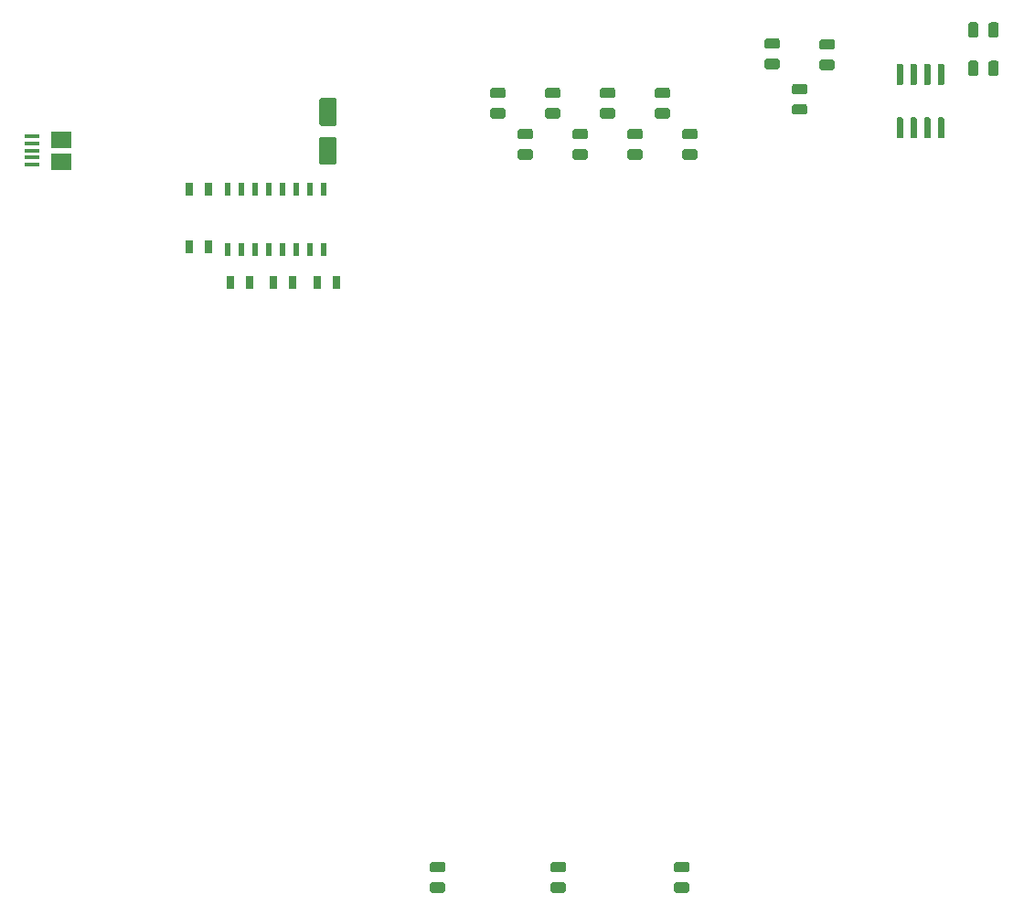
<source format=gbr>
G04 #@! TF.GenerationSoftware,KiCad,Pcbnew,(5.1.5)-3*
G04 #@! TF.CreationDate,2022-01-01T12:53:55-05:00*
G04 #@! TF.ProjectId,K3_RVFO,4b335f52-5646-44f2-9e6b-696361645f70,rev?*
G04 #@! TF.SameCoordinates,Original*
G04 #@! TF.FileFunction,Paste,Top*
G04 #@! TF.FilePolarity,Positive*
%FSLAX46Y46*%
G04 Gerber Fmt 4.6, Leading zero omitted, Abs format (unit mm)*
G04 Created by KiCad (PCBNEW (5.1.5)-3) date 2022-01-01 12:53:55*
%MOMM*%
%LPD*%
G04 APERTURE LIST*
%ADD10C,0.100000*%
%ADD11R,0.599440X1.198880*%
%ADD12R,1.900000X1.500000*%
%ADD13R,1.350000X0.400000*%
%ADD14R,0.797560X1.198880*%
G04 APERTURE END LIST*
D10*
G36*
X150049142Y-44513174D02*
G01*
X150072803Y-44516684D01*
X150096007Y-44522496D01*
X150118529Y-44530554D01*
X150140153Y-44540782D01*
X150160670Y-44553079D01*
X150179883Y-44567329D01*
X150197607Y-44583393D01*
X150213671Y-44601117D01*
X150227921Y-44620330D01*
X150240218Y-44640847D01*
X150250446Y-44662471D01*
X150258504Y-44684993D01*
X150264316Y-44708197D01*
X150267826Y-44731858D01*
X150269000Y-44755750D01*
X150269000Y-45668250D01*
X150267826Y-45692142D01*
X150264316Y-45715803D01*
X150258504Y-45739007D01*
X150250446Y-45761529D01*
X150240218Y-45783153D01*
X150227921Y-45803670D01*
X150213671Y-45822883D01*
X150197607Y-45840607D01*
X150179883Y-45856671D01*
X150160670Y-45870921D01*
X150140153Y-45883218D01*
X150118529Y-45893446D01*
X150096007Y-45901504D01*
X150072803Y-45907316D01*
X150049142Y-45910826D01*
X150025250Y-45912000D01*
X149537750Y-45912000D01*
X149513858Y-45910826D01*
X149490197Y-45907316D01*
X149466993Y-45901504D01*
X149444471Y-45893446D01*
X149422847Y-45883218D01*
X149402330Y-45870921D01*
X149383117Y-45856671D01*
X149365393Y-45840607D01*
X149349329Y-45822883D01*
X149335079Y-45803670D01*
X149322782Y-45783153D01*
X149312554Y-45761529D01*
X149304496Y-45739007D01*
X149298684Y-45715803D01*
X149295174Y-45692142D01*
X149294000Y-45668250D01*
X149294000Y-44755750D01*
X149295174Y-44731858D01*
X149298684Y-44708197D01*
X149304496Y-44684993D01*
X149312554Y-44662471D01*
X149322782Y-44640847D01*
X149335079Y-44620330D01*
X149349329Y-44601117D01*
X149365393Y-44583393D01*
X149383117Y-44567329D01*
X149402330Y-44553079D01*
X149422847Y-44540782D01*
X149444471Y-44530554D01*
X149466993Y-44522496D01*
X149490197Y-44516684D01*
X149513858Y-44513174D01*
X149537750Y-44512000D01*
X150025250Y-44512000D01*
X150049142Y-44513174D01*
G37*
G36*
X148174142Y-44513174D02*
G01*
X148197803Y-44516684D01*
X148221007Y-44522496D01*
X148243529Y-44530554D01*
X148265153Y-44540782D01*
X148285670Y-44553079D01*
X148304883Y-44567329D01*
X148322607Y-44583393D01*
X148338671Y-44601117D01*
X148352921Y-44620330D01*
X148365218Y-44640847D01*
X148375446Y-44662471D01*
X148383504Y-44684993D01*
X148389316Y-44708197D01*
X148392826Y-44731858D01*
X148394000Y-44755750D01*
X148394000Y-45668250D01*
X148392826Y-45692142D01*
X148389316Y-45715803D01*
X148383504Y-45739007D01*
X148375446Y-45761529D01*
X148365218Y-45783153D01*
X148352921Y-45803670D01*
X148338671Y-45822883D01*
X148322607Y-45840607D01*
X148304883Y-45856671D01*
X148285670Y-45870921D01*
X148265153Y-45883218D01*
X148243529Y-45893446D01*
X148221007Y-45901504D01*
X148197803Y-45907316D01*
X148174142Y-45910826D01*
X148150250Y-45912000D01*
X147662750Y-45912000D01*
X147638858Y-45910826D01*
X147615197Y-45907316D01*
X147591993Y-45901504D01*
X147569471Y-45893446D01*
X147547847Y-45883218D01*
X147527330Y-45870921D01*
X147508117Y-45856671D01*
X147490393Y-45840607D01*
X147474329Y-45822883D01*
X147460079Y-45803670D01*
X147447782Y-45783153D01*
X147437554Y-45761529D01*
X147429496Y-45739007D01*
X147423684Y-45715803D01*
X147420174Y-45692142D01*
X147419000Y-45668250D01*
X147419000Y-44755750D01*
X147420174Y-44731858D01*
X147423684Y-44708197D01*
X147429496Y-44684993D01*
X147437554Y-44662471D01*
X147447782Y-44640847D01*
X147460079Y-44620330D01*
X147474329Y-44601117D01*
X147490393Y-44583393D01*
X147508117Y-44567329D01*
X147527330Y-44553079D01*
X147547847Y-44540782D01*
X147569471Y-44530554D01*
X147591993Y-44522496D01*
X147615197Y-44516684D01*
X147638858Y-44513174D01*
X147662750Y-44512000D01*
X148150250Y-44512000D01*
X148174142Y-44513174D01*
G37*
G36*
X150049142Y-48069174D02*
G01*
X150072803Y-48072684D01*
X150096007Y-48078496D01*
X150118529Y-48086554D01*
X150140153Y-48096782D01*
X150160670Y-48109079D01*
X150179883Y-48123329D01*
X150197607Y-48139393D01*
X150213671Y-48157117D01*
X150227921Y-48176330D01*
X150240218Y-48196847D01*
X150250446Y-48218471D01*
X150258504Y-48240993D01*
X150264316Y-48264197D01*
X150267826Y-48287858D01*
X150269000Y-48311750D01*
X150269000Y-49224250D01*
X150267826Y-49248142D01*
X150264316Y-49271803D01*
X150258504Y-49295007D01*
X150250446Y-49317529D01*
X150240218Y-49339153D01*
X150227921Y-49359670D01*
X150213671Y-49378883D01*
X150197607Y-49396607D01*
X150179883Y-49412671D01*
X150160670Y-49426921D01*
X150140153Y-49439218D01*
X150118529Y-49449446D01*
X150096007Y-49457504D01*
X150072803Y-49463316D01*
X150049142Y-49466826D01*
X150025250Y-49468000D01*
X149537750Y-49468000D01*
X149513858Y-49466826D01*
X149490197Y-49463316D01*
X149466993Y-49457504D01*
X149444471Y-49449446D01*
X149422847Y-49439218D01*
X149402330Y-49426921D01*
X149383117Y-49412671D01*
X149365393Y-49396607D01*
X149349329Y-49378883D01*
X149335079Y-49359670D01*
X149322782Y-49339153D01*
X149312554Y-49317529D01*
X149304496Y-49295007D01*
X149298684Y-49271803D01*
X149295174Y-49248142D01*
X149294000Y-49224250D01*
X149294000Y-48311750D01*
X149295174Y-48287858D01*
X149298684Y-48264197D01*
X149304496Y-48240993D01*
X149312554Y-48218471D01*
X149322782Y-48196847D01*
X149335079Y-48176330D01*
X149349329Y-48157117D01*
X149365393Y-48139393D01*
X149383117Y-48123329D01*
X149402330Y-48109079D01*
X149422847Y-48096782D01*
X149444471Y-48086554D01*
X149466993Y-48078496D01*
X149490197Y-48072684D01*
X149513858Y-48069174D01*
X149537750Y-48068000D01*
X150025250Y-48068000D01*
X150049142Y-48069174D01*
G37*
G36*
X148174142Y-48069174D02*
G01*
X148197803Y-48072684D01*
X148221007Y-48078496D01*
X148243529Y-48086554D01*
X148265153Y-48096782D01*
X148285670Y-48109079D01*
X148304883Y-48123329D01*
X148322607Y-48139393D01*
X148338671Y-48157117D01*
X148352921Y-48176330D01*
X148365218Y-48196847D01*
X148375446Y-48218471D01*
X148383504Y-48240993D01*
X148389316Y-48264197D01*
X148392826Y-48287858D01*
X148394000Y-48311750D01*
X148394000Y-49224250D01*
X148392826Y-49248142D01*
X148389316Y-49271803D01*
X148383504Y-49295007D01*
X148375446Y-49317529D01*
X148365218Y-49339153D01*
X148352921Y-49359670D01*
X148338671Y-49378883D01*
X148322607Y-49396607D01*
X148304883Y-49412671D01*
X148285670Y-49426921D01*
X148265153Y-49439218D01*
X148243529Y-49449446D01*
X148221007Y-49457504D01*
X148197803Y-49463316D01*
X148174142Y-49466826D01*
X148150250Y-49468000D01*
X147662750Y-49468000D01*
X147638858Y-49466826D01*
X147615197Y-49463316D01*
X147591993Y-49457504D01*
X147569471Y-49449446D01*
X147547847Y-49439218D01*
X147527330Y-49426921D01*
X147508117Y-49412671D01*
X147490393Y-49396607D01*
X147474329Y-49378883D01*
X147460079Y-49359670D01*
X147447782Y-49339153D01*
X147437554Y-49317529D01*
X147429496Y-49295007D01*
X147423684Y-49271803D01*
X147420174Y-49248142D01*
X147419000Y-49224250D01*
X147419000Y-48311750D01*
X147420174Y-48287858D01*
X147423684Y-48264197D01*
X147429496Y-48240993D01*
X147437554Y-48218471D01*
X147447782Y-48196847D01*
X147460079Y-48176330D01*
X147474329Y-48157117D01*
X147490393Y-48139393D01*
X147508117Y-48123329D01*
X147527330Y-48109079D01*
X147547847Y-48096782D01*
X147569471Y-48086554D01*
X147591993Y-48078496D01*
X147615197Y-48072684D01*
X147638858Y-48069174D01*
X147662750Y-48068000D01*
X148150250Y-48068000D01*
X148174142Y-48069174D01*
G37*
G36*
X88712504Y-55111204D02*
G01*
X88736773Y-55114804D01*
X88760571Y-55120765D01*
X88783671Y-55129030D01*
X88805849Y-55139520D01*
X88826893Y-55152133D01*
X88846598Y-55166747D01*
X88864777Y-55183223D01*
X88881253Y-55201402D01*
X88895867Y-55221107D01*
X88908480Y-55242151D01*
X88918970Y-55264329D01*
X88927235Y-55287429D01*
X88933196Y-55311227D01*
X88936796Y-55335496D01*
X88938000Y-55360000D01*
X88938000Y-57460000D01*
X88936796Y-57484504D01*
X88933196Y-57508773D01*
X88927235Y-57532571D01*
X88918970Y-57555671D01*
X88908480Y-57577849D01*
X88895867Y-57598893D01*
X88881253Y-57618598D01*
X88864777Y-57636777D01*
X88846598Y-57653253D01*
X88826893Y-57667867D01*
X88805849Y-57680480D01*
X88783671Y-57690970D01*
X88760571Y-57699235D01*
X88736773Y-57705196D01*
X88712504Y-57708796D01*
X88688000Y-57710000D01*
X87588000Y-57710000D01*
X87563496Y-57708796D01*
X87539227Y-57705196D01*
X87515429Y-57699235D01*
X87492329Y-57690970D01*
X87470151Y-57680480D01*
X87449107Y-57667867D01*
X87429402Y-57653253D01*
X87411223Y-57636777D01*
X87394747Y-57618598D01*
X87380133Y-57598893D01*
X87367520Y-57577849D01*
X87357030Y-57555671D01*
X87348765Y-57532571D01*
X87342804Y-57508773D01*
X87339204Y-57484504D01*
X87338000Y-57460000D01*
X87338000Y-55360000D01*
X87339204Y-55335496D01*
X87342804Y-55311227D01*
X87348765Y-55287429D01*
X87357030Y-55264329D01*
X87367520Y-55242151D01*
X87380133Y-55221107D01*
X87394747Y-55201402D01*
X87411223Y-55183223D01*
X87429402Y-55166747D01*
X87449107Y-55152133D01*
X87470151Y-55139520D01*
X87492329Y-55129030D01*
X87515429Y-55120765D01*
X87539227Y-55114804D01*
X87563496Y-55111204D01*
X87588000Y-55110000D01*
X88688000Y-55110000D01*
X88712504Y-55111204D01*
G37*
G36*
X88712504Y-51511204D02*
G01*
X88736773Y-51514804D01*
X88760571Y-51520765D01*
X88783671Y-51529030D01*
X88805849Y-51539520D01*
X88826893Y-51552133D01*
X88846598Y-51566747D01*
X88864777Y-51583223D01*
X88881253Y-51601402D01*
X88895867Y-51621107D01*
X88908480Y-51642151D01*
X88918970Y-51664329D01*
X88927235Y-51687429D01*
X88933196Y-51711227D01*
X88936796Y-51735496D01*
X88938000Y-51760000D01*
X88938000Y-53860000D01*
X88936796Y-53884504D01*
X88933196Y-53908773D01*
X88927235Y-53932571D01*
X88918970Y-53955671D01*
X88908480Y-53977849D01*
X88895867Y-53998893D01*
X88881253Y-54018598D01*
X88864777Y-54036777D01*
X88846598Y-54053253D01*
X88826893Y-54067867D01*
X88805849Y-54080480D01*
X88783671Y-54090970D01*
X88760571Y-54099235D01*
X88736773Y-54105196D01*
X88712504Y-54108796D01*
X88688000Y-54110000D01*
X87588000Y-54110000D01*
X87563496Y-54108796D01*
X87539227Y-54105196D01*
X87515429Y-54099235D01*
X87492329Y-54090970D01*
X87470151Y-54080480D01*
X87449107Y-54067867D01*
X87429402Y-54053253D01*
X87411223Y-54036777D01*
X87394747Y-54018598D01*
X87380133Y-53998893D01*
X87367520Y-53977849D01*
X87357030Y-53955671D01*
X87348765Y-53932571D01*
X87342804Y-53908773D01*
X87339204Y-53884504D01*
X87338000Y-53860000D01*
X87338000Y-51760000D01*
X87339204Y-51735496D01*
X87342804Y-51711227D01*
X87348765Y-51687429D01*
X87357030Y-51664329D01*
X87367520Y-51642151D01*
X87380133Y-51621107D01*
X87394747Y-51601402D01*
X87411223Y-51583223D01*
X87429402Y-51566747D01*
X87449107Y-51552133D01*
X87470151Y-51539520D01*
X87492329Y-51529030D01*
X87515429Y-51520765D01*
X87539227Y-51514804D01*
X87563496Y-51511204D01*
X87588000Y-51510000D01*
X88688000Y-51510000D01*
X88712504Y-51511204D01*
G37*
G36*
X122146142Y-54377674D02*
G01*
X122169803Y-54381184D01*
X122193007Y-54386996D01*
X122215529Y-54395054D01*
X122237153Y-54405282D01*
X122257670Y-54417579D01*
X122276883Y-54431829D01*
X122294607Y-54447893D01*
X122310671Y-54465617D01*
X122324921Y-54484830D01*
X122337218Y-54505347D01*
X122347446Y-54526971D01*
X122355504Y-54549493D01*
X122361316Y-54572697D01*
X122364826Y-54596358D01*
X122366000Y-54620250D01*
X122366000Y-55107750D01*
X122364826Y-55131642D01*
X122361316Y-55155303D01*
X122355504Y-55178507D01*
X122347446Y-55201029D01*
X122337218Y-55222653D01*
X122324921Y-55243170D01*
X122310671Y-55262383D01*
X122294607Y-55280107D01*
X122276883Y-55296171D01*
X122257670Y-55310421D01*
X122237153Y-55322718D01*
X122215529Y-55332946D01*
X122193007Y-55341004D01*
X122169803Y-55346816D01*
X122146142Y-55350326D01*
X122122250Y-55351500D01*
X121209750Y-55351500D01*
X121185858Y-55350326D01*
X121162197Y-55346816D01*
X121138993Y-55341004D01*
X121116471Y-55332946D01*
X121094847Y-55322718D01*
X121074330Y-55310421D01*
X121055117Y-55296171D01*
X121037393Y-55280107D01*
X121021329Y-55262383D01*
X121007079Y-55243170D01*
X120994782Y-55222653D01*
X120984554Y-55201029D01*
X120976496Y-55178507D01*
X120970684Y-55155303D01*
X120967174Y-55131642D01*
X120966000Y-55107750D01*
X120966000Y-54620250D01*
X120967174Y-54596358D01*
X120970684Y-54572697D01*
X120976496Y-54549493D01*
X120984554Y-54526971D01*
X120994782Y-54505347D01*
X121007079Y-54484830D01*
X121021329Y-54465617D01*
X121037393Y-54447893D01*
X121055117Y-54431829D01*
X121074330Y-54417579D01*
X121094847Y-54405282D01*
X121116471Y-54395054D01*
X121138993Y-54386996D01*
X121162197Y-54381184D01*
X121185858Y-54377674D01*
X121209750Y-54376500D01*
X122122250Y-54376500D01*
X122146142Y-54377674D01*
G37*
G36*
X122146142Y-56252674D02*
G01*
X122169803Y-56256184D01*
X122193007Y-56261996D01*
X122215529Y-56270054D01*
X122237153Y-56280282D01*
X122257670Y-56292579D01*
X122276883Y-56306829D01*
X122294607Y-56322893D01*
X122310671Y-56340617D01*
X122324921Y-56359830D01*
X122337218Y-56380347D01*
X122347446Y-56401971D01*
X122355504Y-56424493D01*
X122361316Y-56447697D01*
X122364826Y-56471358D01*
X122366000Y-56495250D01*
X122366000Y-56982750D01*
X122364826Y-57006642D01*
X122361316Y-57030303D01*
X122355504Y-57053507D01*
X122347446Y-57076029D01*
X122337218Y-57097653D01*
X122324921Y-57118170D01*
X122310671Y-57137383D01*
X122294607Y-57155107D01*
X122276883Y-57171171D01*
X122257670Y-57185421D01*
X122237153Y-57197718D01*
X122215529Y-57207946D01*
X122193007Y-57216004D01*
X122169803Y-57221816D01*
X122146142Y-57225326D01*
X122122250Y-57226500D01*
X121209750Y-57226500D01*
X121185858Y-57225326D01*
X121162197Y-57221816D01*
X121138993Y-57216004D01*
X121116471Y-57207946D01*
X121094847Y-57197718D01*
X121074330Y-57185421D01*
X121055117Y-57171171D01*
X121037393Y-57155107D01*
X121021329Y-57137383D01*
X121007079Y-57118170D01*
X120994782Y-57097653D01*
X120984554Y-57076029D01*
X120976496Y-57053507D01*
X120970684Y-57030303D01*
X120967174Y-57006642D01*
X120966000Y-56982750D01*
X120966000Y-56495250D01*
X120967174Y-56471358D01*
X120970684Y-56447697D01*
X120976496Y-56424493D01*
X120984554Y-56401971D01*
X120994782Y-56380347D01*
X121007079Y-56359830D01*
X121021329Y-56340617D01*
X121037393Y-56322893D01*
X121055117Y-56306829D01*
X121074330Y-56292579D01*
X121094847Y-56280282D01*
X121116471Y-56270054D01*
X121138993Y-56261996D01*
X121162197Y-56256184D01*
X121185858Y-56252674D01*
X121209750Y-56251500D01*
X122122250Y-56251500D01*
X122146142Y-56252674D01*
G37*
G36*
X119606142Y-50567674D02*
G01*
X119629803Y-50571184D01*
X119653007Y-50576996D01*
X119675529Y-50585054D01*
X119697153Y-50595282D01*
X119717670Y-50607579D01*
X119736883Y-50621829D01*
X119754607Y-50637893D01*
X119770671Y-50655617D01*
X119784921Y-50674830D01*
X119797218Y-50695347D01*
X119807446Y-50716971D01*
X119815504Y-50739493D01*
X119821316Y-50762697D01*
X119824826Y-50786358D01*
X119826000Y-50810250D01*
X119826000Y-51297750D01*
X119824826Y-51321642D01*
X119821316Y-51345303D01*
X119815504Y-51368507D01*
X119807446Y-51391029D01*
X119797218Y-51412653D01*
X119784921Y-51433170D01*
X119770671Y-51452383D01*
X119754607Y-51470107D01*
X119736883Y-51486171D01*
X119717670Y-51500421D01*
X119697153Y-51512718D01*
X119675529Y-51522946D01*
X119653007Y-51531004D01*
X119629803Y-51536816D01*
X119606142Y-51540326D01*
X119582250Y-51541500D01*
X118669750Y-51541500D01*
X118645858Y-51540326D01*
X118622197Y-51536816D01*
X118598993Y-51531004D01*
X118576471Y-51522946D01*
X118554847Y-51512718D01*
X118534330Y-51500421D01*
X118515117Y-51486171D01*
X118497393Y-51470107D01*
X118481329Y-51452383D01*
X118467079Y-51433170D01*
X118454782Y-51412653D01*
X118444554Y-51391029D01*
X118436496Y-51368507D01*
X118430684Y-51345303D01*
X118427174Y-51321642D01*
X118426000Y-51297750D01*
X118426000Y-50810250D01*
X118427174Y-50786358D01*
X118430684Y-50762697D01*
X118436496Y-50739493D01*
X118444554Y-50716971D01*
X118454782Y-50695347D01*
X118467079Y-50674830D01*
X118481329Y-50655617D01*
X118497393Y-50637893D01*
X118515117Y-50621829D01*
X118534330Y-50607579D01*
X118554847Y-50595282D01*
X118576471Y-50585054D01*
X118598993Y-50576996D01*
X118622197Y-50571184D01*
X118645858Y-50567674D01*
X118669750Y-50566500D01*
X119582250Y-50566500D01*
X119606142Y-50567674D01*
G37*
G36*
X119606142Y-52442674D02*
G01*
X119629803Y-52446184D01*
X119653007Y-52451996D01*
X119675529Y-52460054D01*
X119697153Y-52470282D01*
X119717670Y-52482579D01*
X119736883Y-52496829D01*
X119754607Y-52512893D01*
X119770671Y-52530617D01*
X119784921Y-52549830D01*
X119797218Y-52570347D01*
X119807446Y-52591971D01*
X119815504Y-52614493D01*
X119821316Y-52637697D01*
X119824826Y-52661358D01*
X119826000Y-52685250D01*
X119826000Y-53172750D01*
X119824826Y-53196642D01*
X119821316Y-53220303D01*
X119815504Y-53243507D01*
X119807446Y-53266029D01*
X119797218Y-53287653D01*
X119784921Y-53308170D01*
X119770671Y-53327383D01*
X119754607Y-53345107D01*
X119736883Y-53361171D01*
X119717670Y-53375421D01*
X119697153Y-53387718D01*
X119675529Y-53397946D01*
X119653007Y-53406004D01*
X119629803Y-53411816D01*
X119606142Y-53415326D01*
X119582250Y-53416500D01*
X118669750Y-53416500D01*
X118645858Y-53415326D01*
X118622197Y-53411816D01*
X118598993Y-53406004D01*
X118576471Y-53397946D01*
X118554847Y-53387718D01*
X118534330Y-53375421D01*
X118515117Y-53361171D01*
X118497393Y-53345107D01*
X118481329Y-53327383D01*
X118467079Y-53308170D01*
X118454782Y-53287653D01*
X118444554Y-53266029D01*
X118436496Y-53243507D01*
X118430684Y-53220303D01*
X118427174Y-53196642D01*
X118426000Y-53172750D01*
X118426000Y-52685250D01*
X118427174Y-52661358D01*
X118430684Y-52637697D01*
X118436496Y-52614493D01*
X118444554Y-52591971D01*
X118454782Y-52570347D01*
X118467079Y-52549830D01*
X118481329Y-52530617D01*
X118497393Y-52512893D01*
X118515117Y-52496829D01*
X118534330Y-52482579D01*
X118554847Y-52470282D01*
X118576471Y-52460054D01*
X118598993Y-52451996D01*
X118622197Y-52446184D01*
X118645858Y-52442674D01*
X118669750Y-52441500D01*
X119582250Y-52441500D01*
X119606142Y-52442674D01*
G37*
G36*
X117066142Y-54377674D02*
G01*
X117089803Y-54381184D01*
X117113007Y-54386996D01*
X117135529Y-54395054D01*
X117157153Y-54405282D01*
X117177670Y-54417579D01*
X117196883Y-54431829D01*
X117214607Y-54447893D01*
X117230671Y-54465617D01*
X117244921Y-54484830D01*
X117257218Y-54505347D01*
X117267446Y-54526971D01*
X117275504Y-54549493D01*
X117281316Y-54572697D01*
X117284826Y-54596358D01*
X117286000Y-54620250D01*
X117286000Y-55107750D01*
X117284826Y-55131642D01*
X117281316Y-55155303D01*
X117275504Y-55178507D01*
X117267446Y-55201029D01*
X117257218Y-55222653D01*
X117244921Y-55243170D01*
X117230671Y-55262383D01*
X117214607Y-55280107D01*
X117196883Y-55296171D01*
X117177670Y-55310421D01*
X117157153Y-55322718D01*
X117135529Y-55332946D01*
X117113007Y-55341004D01*
X117089803Y-55346816D01*
X117066142Y-55350326D01*
X117042250Y-55351500D01*
X116129750Y-55351500D01*
X116105858Y-55350326D01*
X116082197Y-55346816D01*
X116058993Y-55341004D01*
X116036471Y-55332946D01*
X116014847Y-55322718D01*
X115994330Y-55310421D01*
X115975117Y-55296171D01*
X115957393Y-55280107D01*
X115941329Y-55262383D01*
X115927079Y-55243170D01*
X115914782Y-55222653D01*
X115904554Y-55201029D01*
X115896496Y-55178507D01*
X115890684Y-55155303D01*
X115887174Y-55131642D01*
X115886000Y-55107750D01*
X115886000Y-54620250D01*
X115887174Y-54596358D01*
X115890684Y-54572697D01*
X115896496Y-54549493D01*
X115904554Y-54526971D01*
X115914782Y-54505347D01*
X115927079Y-54484830D01*
X115941329Y-54465617D01*
X115957393Y-54447893D01*
X115975117Y-54431829D01*
X115994330Y-54417579D01*
X116014847Y-54405282D01*
X116036471Y-54395054D01*
X116058993Y-54386996D01*
X116082197Y-54381184D01*
X116105858Y-54377674D01*
X116129750Y-54376500D01*
X117042250Y-54376500D01*
X117066142Y-54377674D01*
G37*
G36*
X117066142Y-56252674D02*
G01*
X117089803Y-56256184D01*
X117113007Y-56261996D01*
X117135529Y-56270054D01*
X117157153Y-56280282D01*
X117177670Y-56292579D01*
X117196883Y-56306829D01*
X117214607Y-56322893D01*
X117230671Y-56340617D01*
X117244921Y-56359830D01*
X117257218Y-56380347D01*
X117267446Y-56401971D01*
X117275504Y-56424493D01*
X117281316Y-56447697D01*
X117284826Y-56471358D01*
X117286000Y-56495250D01*
X117286000Y-56982750D01*
X117284826Y-57006642D01*
X117281316Y-57030303D01*
X117275504Y-57053507D01*
X117267446Y-57076029D01*
X117257218Y-57097653D01*
X117244921Y-57118170D01*
X117230671Y-57137383D01*
X117214607Y-57155107D01*
X117196883Y-57171171D01*
X117177670Y-57185421D01*
X117157153Y-57197718D01*
X117135529Y-57207946D01*
X117113007Y-57216004D01*
X117089803Y-57221816D01*
X117066142Y-57225326D01*
X117042250Y-57226500D01*
X116129750Y-57226500D01*
X116105858Y-57225326D01*
X116082197Y-57221816D01*
X116058993Y-57216004D01*
X116036471Y-57207946D01*
X116014847Y-57197718D01*
X115994330Y-57185421D01*
X115975117Y-57171171D01*
X115957393Y-57155107D01*
X115941329Y-57137383D01*
X115927079Y-57118170D01*
X115914782Y-57097653D01*
X115904554Y-57076029D01*
X115896496Y-57053507D01*
X115890684Y-57030303D01*
X115887174Y-57006642D01*
X115886000Y-56982750D01*
X115886000Y-56495250D01*
X115887174Y-56471358D01*
X115890684Y-56447697D01*
X115896496Y-56424493D01*
X115904554Y-56401971D01*
X115914782Y-56380347D01*
X115927079Y-56359830D01*
X115941329Y-56340617D01*
X115957393Y-56322893D01*
X115975117Y-56306829D01*
X115994330Y-56292579D01*
X116014847Y-56280282D01*
X116036471Y-56270054D01*
X116058993Y-56261996D01*
X116082197Y-56256184D01*
X116105858Y-56252674D01*
X116129750Y-56251500D01*
X117042250Y-56251500D01*
X117066142Y-56252674D01*
G37*
G36*
X114526142Y-50567674D02*
G01*
X114549803Y-50571184D01*
X114573007Y-50576996D01*
X114595529Y-50585054D01*
X114617153Y-50595282D01*
X114637670Y-50607579D01*
X114656883Y-50621829D01*
X114674607Y-50637893D01*
X114690671Y-50655617D01*
X114704921Y-50674830D01*
X114717218Y-50695347D01*
X114727446Y-50716971D01*
X114735504Y-50739493D01*
X114741316Y-50762697D01*
X114744826Y-50786358D01*
X114746000Y-50810250D01*
X114746000Y-51297750D01*
X114744826Y-51321642D01*
X114741316Y-51345303D01*
X114735504Y-51368507D01*
X114727446Y-51391029D01*
X114717218Y-51412653D01*
X114704921Y-51433170D01*
X114690671Y-51452383D01*
X114674607Y-51470107D01*
X114656883Y-51486171D01*
X114637670Y-51500421D01*
X114617153Y-51512718D01*
X114595529Y-51522946D01*
X114573007Y-51531004D01*
X114549803Y-51536816D01*
X114526142Y-51540326D01*
X114502250Y-51541500D01*
X113589750Y-51541500D01*
X113565858Y-51540326D01*
X113542197Y-51536816D01*
X113518993Y-51531004D01*
X113496471Y-51522946D01*
X113474847Y-51512718D01*
X113454330Y-51500421D01*
X113435117Y-51486171D01*
X113417393Y-51470107D01*
X113401329Y-51452383D01*
X113387079Y-51433170D01*
X113374782Y-51412653D01*
X113364554Y-51391029D01*
X113356496Y-51368507D01*
X113350684Y-51345303D01*
X113347174Y-51321642D01*
X113346000Y-51297750D01*
X113346000Y-50810250D01*
X113347174Y-50786358D01*
X113350684Y-50762697D01*
X113356496Y-50739493D01*
X113364554Y-50716971D01*
X113374782Y-50695347D01*
X113387079Y-50674830D01*
X113401329Y-50655617D01*
X113417393Y-50637893D01*
X113435117Y-50621829D01*
X113454330Y-50607579D01*
X113474847Y-50595282D01*
X113496471Y-50585054D01*
X113518993Y-50576996D01*
X113542197Y-50571184D01*
X113565858Y-50567674D01*
X113589750Y-50566500D01*
X114502250Y-50566500D01*
X114526142Y-50567674D01*
G37*
G36*
X114526142Y-52442674D02*
G01*
X114549803Y-52446184D01*
X114573007Y-52451996D01*
X114595529Y-52460054D01*
X114617153Y-52470282D01*
X114637670Y-52482579D01*
X114656883Y-52496829D01*
X114674607Y-52512893D01*
X114690671Y-52530617D01*
X114704921Y-52549830D01*
X114717218Y-52570347D01*
X114727446Y-52591971D01*
X114735504Y-52614493D01*
X114741316Y-52637697D01*
X114744826Y-52661358D01*
X114746000Y-52685250D01*
X114746000Y-53172750D01*
X114744826Y-53196642D01*
X114741316Y-53220303D01*
X114735504Y-53243507D01*
X114727446Y-53266029D01*
X114717218Y-53287653D01*
X114704921Y-53308170D01*
X114690671Y-53327383D01*
X114674607Y-53345107D01*
X114656883Y-53361171D01*
X114637670Y-53375421D01*
X114617153Y-53387718D01*
X114595529Y-53397946D01*
X114573007Y-53406004D01*
X114549803Y-53411816D01*
X114526142Y-53415326D01*
X114502250Y-53416500D01*
X113589750Y-53416500D01*
X113565858Y-53415326D01*
X113542197Y-53411816D01*
X113518993Y-53406004D01*
X113496471Y-53397946D01*
X113474847Y-53387718D01*
X113454330Y-53375421D01*
X113435117Y-53361171D01*
X113417393Y-53345107D01*
X113401329Y-53327383D01*
X113387079Y-53308170D01*
X113374782Y-53287653D01*
X113364554Y-53266029D01*
X113356496Y-53243507D01*
X113350684Y-53220303D01*
X113347174Y-53196642D01*
X113346000Y-53172750D01*
X113346000Y-52685250D01*
X113347174Y-52661358D01*
X113350684Y-52637697D01*
X113356496Y-52614493D01*
X113364554Y-52591971D01*
X113374782Y-52570347D01*
X113387079Y-52549830D01*
X113401329Y-52530617D01*
X113417393Y-52512893D01*
X113435117Y-52496829D01*
X113454330Y-52482579D01*
X113474847Y-52470282D01*
X113496471Y-52460054D01*
X113518993Y-52451996D01*
X113542197Y-52446184D01*
X113565858Y-52442674D01*
X113589750Y-52441500D01*
X114502250Y-52441500D01*
X114526142Y-52442674D01*
G37*
G36*
X111986142Y-54377674D02*
G01*
X112009803Y-54381184D01*
X112033007Y-54386996D01*
X112055529Y-54395054D01*
X112077153Y-54405282D01*
X112097670Y-54417579D01*
X112116883Y-54431829D01*
X112134607Y-54447893D01*
X112150671Y-54465617D01*
X112164921Y-54484830D01*
X112177218Y-54505347D01*
X112187446Y-54526971D01*
X112195504Y-54549493D01*
X112201316Y-54572697D01*
X112204826Y-54596358D01*
X112206000Y-54620250D01*
X112206000Y-55107750D01*
X112204826Y-55131642D01*
X112201316Y-55155303D01*
X112195504Y-55178507D01*
X112187446Y-55201029D01*
X112177218Y-55222653D01*
X112164921Y-55243170D01*
X112150671Y-55262383D01*
X112134607Y-55280107D01*
X112116883Y-55296171D01*
X112097670Y-55310421D01*
X112077153Y-55322718D01*
X112055529Y-55332946D01*
X112033007Y-55341004D01*
X112009803Y-55346816D01*
X111986142Y-55350326D01*
X111962250Y-55351500D01*
X111049750Y-55351500D01*
X111025858Y-55350326D01*
X111002197Y-55346816D01*
X110978993Y-55341004D01*
X110956471Y-55332946D01*
X110934847Y-55322718D01*
X110914330Y-55310421D01*
X110895117Y-55296171D01*
X110877393Y-55280107D01*
X110861329Y-55262383D01*
X110847079Y-55243170D01*
X110834782Y-55222653D01*
X110824554Y-55201029D01*
X110816496Y-55178507D01*
X110810684Y-55155303D01*
X110807174Y-55131642D01*
X110806000Y-55107750D01*
X110806000Y-54620250D01*
X110807174Y-54596358D01*
X110810684Y-54572697D01*
X110816496Y-54549493D01*
X110824554Y-54526971D01*
X110834782Y-54505347D01*
X110847079Y-54484830D01*
X110861329Y-54465617D01*
X110877393Y-54447893D01*
X110895117Y-54431829D01*
X110914330Y-54417579D01*
X110934847Y-54405282D01*
X110956471Y-54395054D01*
X110978993Y-54386996D01*
X111002197Y-54381184D01*
X111025858Y-54377674D01*
X111049750Y-54376500D01*
X111962250Y-54376500D01*
X111986142Y-54377674D01*
G37*
G36*
X111986142Y-56252674D02*
G01*
X112009803Y-56256184D01*
X112033007Y-56261996D01*
X112055529Y-56270054D01*
X112077153Y-56280282D01*
X112097670Y-56292579D01*
X112116883Y-56306829D01*
X112134607Y-56322893D01*
X112150671Y-56340617D01*
X112164921Y-56359830D01*
X112177218Y-56380347D01*
X112187446Y-56401971D01*
X112195504Y-56424493D01*
X112201316Y-56447697D01*
X112204826Y-56471358D01*
X112206000Y-56495250D01*
X112206000Y-56982750D01*
X112204826Y-57006642D01*
X112201316Y-57030303D01*
X112195504Y-57053507D01*
X112187446Y-57076029D01*
X112177218Y-57097653D01*
X112164921Y-57118170D01*
X112150671Y-57137383D01*
X112134607Y-57155107D01*
X112116883Y-57171171D01*
X112097670Y-57185421D01*
X112077153Y-57197718D01*
X112055529Y-57207946D01*
X112033007Y-57216004D01*
X112009803Y-57221816D01*
X111986142Y-57225326D01*
X111962250Y-57226500D01*
X111049750Y-57226500D01*
X111025858Y-57225326D01*
X111002197Y-57221816D01*
X110978993Y-57216004D01*
X110956471Y-57207946D01*
X110934847Y-57197718D01*
X110914330Y-57185421D01*
X110895117Y-57171171D01*
X110877393Y-57155107D01*
X110861329Y-57137383D01*
X110847079Y-57118170D01*
X110834782Y-57097653D01*
X110824554Y-57076029D01*
X110816496Y-57053507D01*
X110810684Y-57030303D01*
X110807174Y-57006642D01*
X110806000Y-56982750D01*
X110806000Y-56495250D01*
X110807174Y-56471358D01*
X110810684Y-56447697D01*
X110816496Y-56424493D01*
X110824554Y-56401971D01*
X110834782Y-56380347D01*
X110847079Y-56359830D01*
X110861329Y-56340617D01*
X110877393Y-56322893D01*
X110895117Y-56306829D01*
X110914330Y-56292579D01*
X110934847Y-56280282D01*
X110956471Y-56270054D01*
X110978993Y-56261996D01*
X111002197Y-56256184D01*
X111025858Y-56252674D01*
X111049750Y-56251500D01*
X111962250Y-56251500D01*
X111986142Y-56252674D01*
G37*
G36*
X109446142Y-50567674D02*
G01*
X109469803Y-50571184D01*
X109493007Y-50576996D01*
X109515529Y-50585054D01*
X109537153Y-50595282D01*
X109557670Y-50607579D01*
X109576883Y-50621829D01*
X109594607Y-50637893D01*
X109610671Y-50655617D01*
X109624921Y-50674830D01*
X109637218Y-50695347D01*
X109647446Y-50716971D01*
X109655504Y-50739493D01*
X109661316Y-50762697D01*
X109664826Y-50786358D01*
X109666000Y-50810250D01*
X109666000Y-51297750D01*
X109664826Y-51321642D01*
X109661316Y-51345303D01*
X109655504Y-51368507D01*
X109647446Y-51391029D01*
X109637218Y-51412653D01*
X109624921Y-51433170D01*
X109610671Y-51452383D01*
X109594607Y-51470107D01*
X109576883Y-51486171D01*
X109557670Y-51500421D01*
X109537153Y-51512718D01*
X109515529Y-51522946D01*
X109493007Y-51531004D01*
X109469803Y-51536816D01*
X109446142Y-51540326D01*
X109422250Y-51541500D01*
X108509750Y-51541500D01*
X108485858Y-51540326D01*
X108462197Y-51536816D01*
X108438993Y-51531004D01*
X108416471Y-51522946D01*
X108394847Y-51512718D01*
X108374330Y-51500421D01*
X108355117Y-51486171D01*
X108337393Y-51470107D01*
X108321329Y-51452383D01*
X108307079Y-51433170D01*
X108294782Y-51412653D01*
X108284554Y-51391029D01*
X108276496Y-51368507D01*
X108270684Y-51345303D01*
X108267174Y-51321642D01*
X108266000Y-51297750D01*
X108266000Y-50810250D01*
X108267174Y-50786358D01*
X108270684Y-50762697D01*
X108276496Y-50739493D01*
X108284554Y-50716971D01*
X108294782Y-50695347D01*
X108307079Y-50674830D01*
X108321329Y-50655617D01*
X108337393Y-50637893D01*
X108355117Y-50621829D01*
X108374330Y-50607579D01*
X108394847Y-50595282D01*
X108416471Y-50585054D01*
X108438993Y-50576996D01*
X108462197Y-50571184D01*
X108485858Y-50567674D01*
X108509750Y-50566500D01*
X109422250Y-50566500D01*
X109446142Y-50567674D01*
G37*
G36*
X109446142Y-52442674D02*
G01*
X109469803Y-52446184D01*
X109493007Y-52451996D01*
X109515529Y-52460054D01*
X109537153Y-52470282D01*
X109557670Y-52482579D01*
X109576883Y-52496829D01*
X109594607Y-52512893D01*
X109610671Y-52530617D01*
X109624921Y-52549830D01*
X109637218Y-52570347D01*
X109647446Y-52591971D01*
X109655504Y-52614493D01*
X109661316Y-52637697D01*
X109664826Y-52661358D01*
X109666000Y-52685250D01*
X109666000Y-53172750D01*
X109664826Y-53196642D01*
X109661316Y-53220303D01*
X109655504Y-53243507D01*
X109647446Y-53266029D01*
X109637218Y-53287653D01*
X109624921Y-53308170D01*
X109610671Y-53327383D01*
X109594607Y-53345107D01*
X109576883Y-53361171D01*
X109557670Y-53375421D01*
X109537153Y-53387718D01*
X109515529Y-53397946D01*
X109493007Y-53406004D01*
X109469803Y-53411816D01*
X109446142Y-53415326D01*
X109422250Y-53416500D01*
X108509750Y-53416500D01*
X108485858Y-53415326D01*
X108462197Y-53411816D01*
X108438993Y-53406004D01*
X108416471Y-53397946D01*
X108394847Y-53387718D01*
X108374330Y-53375421D01*
X108355117Y-53361171D01*
X108337393Y-53345107D01*
X108321329Y-53327383D01*
X108307079Y-53308170D01*
X108294782Y-53287653D01*
X108284554Y-53266029D01*
X108276496Y-53243507D01*
X108270684Y-53220303D01*
X108267174Y-53196642D01*
X108266000Y-53172750D01*
X108266000Y-52685250D01*
X108267174Y-52661358D01*
X108270684Y-52637697D01*
X108276496Y-52614493D01*
X108284554Y-52591971D01*
X108294782Y-52570347D01*
X108307079Y-52549830D01*
X108321329Y-52530617D01*
X108337393Y-52512893D01*
X108355117Y-52496829D01*
X108374330Y-52482579D01*
X108394847Y-52470282D01*
X108416471Y-52460054D01*
X108438993Y-52451996D01*
X108462197Y-52446184D01*
X108485858Y-52442674D01*
X108509750Y-52441500D01*
X109422250Y-52441500D01*
X109446142Y-52442674D01*
G37*
G36*
X106906142Y-54377674D02*
G01*
X106929803Y-54381184D01*
X106953007Y-54386996D01*
X106975529Y-54395054D01*
X106997153Y-54405282D01*
X107017670Y-54417579D01*
X107036883Y-54431829D01*
X107054607Y-54447893D01*
X107070671Y-54465617D01*
X107084921Y-54484830D01*
X107097218Y-54505347D01*
X107107446Y-54526971D01*
X107115504Y-54549493D01*
X107121316Y-54572697D01*
X107124826Y-54596358D01*
X107126000Y-54620250D01*
X107126000Y-55107750D01*
X107124826Y-55131642D01*
X107121316Y-55155303D01*
X107115504Y-55178507D01*
X107107446Y-55201029D01*
X107097218Y-55222653D01*
X107084921Y-55243170D01*
X107070671Y-55262383D01*
X107054607Y-55280107D01*
X107036883Y-55296171D01*
X107017670Y-55310421D01*
X106997153Y-55322718D01*
X106975529Y-55332946D01*
X106953007Y-55341004D01*
X106929803Y-55346816D01*
X106906142Y-55350326D01*
X106882250Y-55351500D01*
X105969750Y-55351500D01*
X105945858Y-55350326D01*
X105922197Y-55346816D01*
X105898993Y-55341004D01*
X105876471Y-55332946D01*
X105854847Y-55322718D01*
X105834330Y-55310421D01*
X105815117Y-55296171D01*
X105797393Y-55280107D01*
X105781329Y-55262383D01*
X105767079Y-55243170D01*
X105754782Y-55222653D01*
X105744554Y-55201029D01*
X105736496Y-55178507D01*
X105730684Y-55155303D01*
X105727174Y-55131642D01*
X105726000Y-55107750D01*
X105726000Y-54620250D01*
X105727174Y-54596358D01*
X105730684Y-54572697D01*
X105736496Y-54549493D01*
X105744554Y-54526971D01*
X105754782Y-54505347D01*
X105767079Y-54484830D01*
X105781329Y-54465617D01*
X105797393Y-54447893D01*
X105815117Y-54431829D01*
X105834330Y-54417579D01*
X105854847Y-54405282D01*
X105876471Y-54395054D01*
X105898993Y-54386996D01*
X105922197Y-54381184D01*
X105945858Y-54377674D01*
X105969750Y-54376500D01*
X106882250Y-54376500D01*
X106906142Y-54377674D01*
G37*
G36*
X106906142Y-56252674D02*
G01*
X106929803Y-56256184D01*
X106953007Y-56261996D01*
X106975529Y-56270054D01*
X106997153Y-56280282D01*
X107017670Y-56292579D01*
X107036883Y-56306829D01*
X107054607Y-56322893D01*
X107070671Y-56340617D01*
X107084921Y-56359830D01*
X107097218Y-56380347D01*
X107107446Y-56401971D01*
X107115504Y-56424493D01*
X107121316Y-56447697D01*
X107124826Y-56471358D01*
X107126000Y-56495250D01*
X107126000Y-56982750D01*
X107124826Y-57006642D01*
X107121316Y-57030303D01*
X107115504Y-57053507D01*
X107107446Y-57076029D01*
X107097218Y-57097653D01*
X107084921Y-57118170D01*
X107070671Y-57137383D01*
X107054607Y-57155107D01*
X107036883Y-57171171D01*
X107017670Y-57185421D01*
X106997153Y-57197718D01*
X106975529Y-57207946D01*
X106953007Y-57216004D01*
X106929803Y-57221816D01*
X106906142Y-57225326D01*
X106882250Y-57226500D01*
X105969750Y-57226500D01*
X105945858Y-57225326D01*
X105922197Y-57221816D01*
X105898993Y-57216004D01*
X105876471Y-57207946D01*
X105854847Y-57197718D01*
X105834330Y-57185421D01*
X105815117Y-57171171D01*
X105797393Y-57155107D01*
X105781329Y-57137383D01*
X105767079Y-57118170D01*
X105754782Y-57097653D01*
X105744554Y-57076029D01*
X105736496Y-57053507D01*
X105730684Y-57030303D01*
X105727174Y-57006642D01*
X105726000Y-56982750D01*
X105726000Y-56495250D01*
X105727174Y-56471358D01*
X105730684Y-56447697D01*
X105736496Y-56424493D01*
X105744554Y-56401971D01*
X105754782Y-56380347D01*
X105767079Y-56359830D01*
X105781329Y-56340617D01*
X105797393Y-56322893D01*
X105815117Y-56306829D01*
X105834330Y-56292579D01*
X105854847Y-56280282D01*
X105876471Y-56270054D01*
X105898993Y-56261996D01*
X105922197Y-56256184D01*
X105945858Y-56252674D01*
X105969750Y-56251500D01*
X106882250Y-56251500D01*
X106906142Y-56252674D01*
G37*
G36*
X104366142Y-50567674D02*
G01*
X104389803Y-50571184D01*
X104413007Y-50576996D01*
X104435529Y-50585054D01*
X104457153Y-50595282D01*
X104477670Y-50607579D01*
X104496883Y-50621829D01*
X104514607Y-50637893D01*
X104530671Y-50655617D01*
X104544921Y-50674830D01*
X104557218Y-50695347D01*
X104567446Y-50716971D01*
X104575504Y-50739493D01*
X104581316Y-50762697D01*
X104584826Y-50786358D01*
X104586000Y-50810250D01*
X104586000Y-51297750D01*
X104584826Y-51321642D01*
X104581316Y-51345303D01*
X104575504Y-51368507D01*
X104567446Y-51391029D01*
X104557218Y-51412653D01*
X104544921Y-51433170D01*
X104530671Y-51452383D01*
X104514607Y-51470107D01*
X104496883Y-51486171D01*
X104477670Y-51500421D01*
X104457153Y-51512718D01*
X104435529Y-51522946D01*
X104413007Y-51531004D01*
X104389803Y-51536816D01*
X104366142Y-51540326D01*
X104342250Y-51541500D01*
X103429750Y-51541500D01*
X103405858Y-51540326D01*
X103382197Y-51536816D01*
X103358993Y-51531004D01*
X103336471Y-51522946D01*
X103314847Y-51512718D01*
X103294330Y-51500421D01*
X103275117Y-51486171D01*
X103257393Y-51470107D01*
X103241329Y-51452383D01*
X103227079Y-51433170D01*
X103214782Y-51412653D01*
X103204554Y-51391029D01*
X103196496Y-51368507D01*
X103190684Y-51345303D01*
X103187174Y-51321642D01*
X103186000Y-51297750D01*
X103186000Y-50810250D01*
X103187174Y-50786358D01*
X103190684Y-50762697D01*
X103196496Y-50739493D01*
X103204554Y-50716971D01*
X103214782Y-50695347D01*
X103227079Y-50674830D01*
X103241329Y-50655617D01*
X103257393Y-50637893D01*
X103275117Y-50621829D01*
X103294330Y-50607579D01*
X103314847Y-50595282D01*
X103336471Y-50585054D01*
X103358993Y-50576996D01*
X103382197Y-50571184D01*
X103405858Y-50567674D01*
X103429750Y-50566500D01*
X104342250Y-50566500D01*
X104366142Y-50567674D01*
G37*
G36*
X104366142Y-52442674D02*
G01*
X104389803Y-52446184D01*
X104413007Y-52451996D01*
X104435529Y-52460054D01*
X104457153Y-52470282D01*
X104477670Y-52482579D01*
X104496883Y-52496829D01*
X104514607Y-52512893D01*
X104530671Y-52530617D01*
X104544921Y-52549830D01*
X104557218Y-52570347D01*
X104567446Y-52591971D01*
X104575504Y-52614493D01*
X104581316Y-52637697D01*
X104584826Y-52661358D01*
X104586000Y-52685250D01*
X104586000Y-53172750D01*
X104584826Y-53196642D01*
X104581316Y-53220303D01*
X104575504Y-53243507D01*
X104567446Y-53266029D01*
X104557218Y-53287653D01*
X104544921Y-53308170D01*
X104530671Y-53327383D01*
X104514607Y-53345107D01*
X104496883Y-53361171D01*
X104477670Y-53375421D01*
X104457153Y-53387718D01*
X104435529Y-53397946D01*
X104413007Y-53406004D01*
X104389803Y-53411816D01*
X104366142Y-53415326D01*
X104342250Y-53416500D01*
X103429750Y-53416500D01*
X103405858Y-53415326D01*
X103382197Y-53411816D01*
X103358993Y-53406004D01*
X103336471Y-53397946D01*
X103314847Y-53387718D01*
X103294330Y-53375421D01*
X103275117Y-53361171D01*
X103257393Y-53345107D01*
X103241329Y-53327383D01*
X103227079Y-53308170D01*
X103214782Y-53287653D01*
X103204554Y-53266029D01*
X103196496Y-53243507D01*
X103190684Y-53220303D01*
X103187174Y-53196642D01*
X103186000Y-53172750D01*
X103186000Y-52685250D01*
X103187174Y-52661358D01*
X103190684Y-52637697D01*
X103196496Y-52614493D01*
X103204554Y-52591971D01*
X103214782Y-52570347D01*
X103227079Y-52549830D01*
X103241329Y-52530617D01*
X103257393Y-52512893D01*
X103275117Y-52496829D01*
X103294330Y-52482579D01*
X103314847Y-52470282D01*
X103336471Y-52460054D01*
X103358993Y-52451996D01*
X103382197Y-52446184D01*
X103405858Y-52442674D01*
X103429750Y-52441500D01*
X104342250Y-52441500D01*
X104366142Y-52442674D01*
G37*
G36*
X132306142Y-52091674D02*
G01*
X132329803Y-52095184D01*
X132353007Y-52100996D01*
X132375529Y-52109054D01*
X132397153Y-52119282D01*
X132417670Y-52131579D01*
X132436883Y-52145829D01*
X132454607Y-52161893D01*
X132470671Y-52179617D01*
X132484921Y-52198830D01*
X132497218Y-52219347D01*
X132507446Y-52240971D01*
X132515504Y-52263493D01*
X132521316Y-52286697D01*
X132524826Y-52310358D01*
X132526000Y-52334250D01*
X132526000Y-52821750D01*
X132524826Y-52845642D01*
X132521316Y-52869303D01*
X132515504Y-52892507D01*
X132507446Y-52915029D01*
X132497218Y-52936653D01*
X132484921Y-52957170D01*
X132470671Y-52976383D01*
X132454607Y-52994107D01*
X132436883Y-53010171D01*
X132417670Y-53024421D01*
X132397153Y-53036718D01*
X132375529Y-53046946D01*
X132353007Y-53055004D01*
X132329803Y-53060816D01*
X132306142Y-53064326D01*
X132282250Y-53065500D01*
X131369750Y-53065500D01*
X131345858Y-53064326D01*
X131322197Y-53060816D01*
X131298993Y-53055004D01*
X131276471Y-53046946D01*
X131254847Y-53036718D01*
X131234330Y-53024421D01*
X131215117Y-53010171D01*
X131197393Y-52994107D01*
X131181329Y-52976383D01*
X131167079Y-52957170D01*
X131154782Y-52936653D01*
X131144554Y-52915029D01*
X131136496Y-52892507D01*
X131130684Y-52869303D01*
X131127174Y-52845642D01*
X131126000Y-52821750D01*
X131126000Y-52334250D01*
X131127174Y-52310358D01*
X131130684Y-52286697D01*
X131136496Y-52263493D01*
X131144554Y-52240971D01*
X131154782Y-52219347D01*
X131167079Y-52198830D01*
X131181329Y-52179617D01*
X131197393Y-52161893D01*
X131215117Y-52145829D01*
X131234330Y-52131579D01*
X131254847Y-52119282D01*
X131276471Y-52109054D01*
X131298993Y-52100996D01*
X131322197Y-52095184D01*
X131345858Y-52091674D01*
X131369750Y-52090500D01*
X132282250Y-52090500D01*
X132306142Y-52091674D01*
G37*
G36*
X132306142Y-50216674D02*
G01*
X132329803Y-50220184D01*
X132353007Y-50225996D01*
X132375529Y-50234054D01*
X132397153Y-50244282D01*
X132417670Y-50256579D01*
X132436883Y-50270829D01*
X132454607Y-50286893D01*
X132470671Y-50304617D01*
X132484921Y-50323830D01*
X132497218Y-50344347D01*
X132507446Y-50365971D01*
X132515504Y-50388493D01*
X132521316Y-50411697D01*
X132524826Y-50435358D01*
X132526000Y-50459250D01*
X132526000Y-50946750D01*
X132524826Y-50970642D01*
X132521316Y-50994303D01*
X132515504Y-51017507D01*
X132507446Y-51040029D01*
X132497218Y-51061653D01*
X132484921Y-51082170D01*
X132470671Y-51101383D01*
X132454607Y-51119107D01*
X132436883Y-51135171D01*
X132417670Y-51149421D01*
X132397153Y-51161718D01*
X132375529Y-51171946D01*
X132353007Y-51180004D01*
X132329803Y-51185816D01*
X132306142Y-51189326D01*
X132282250Y-51190500D01*
X131369750Y-51190500D01*
X131345858Y-51189326D01*
X131322197Y-51185816D01*
X131298993Y-51180004D01*
X131276471Y-51171946D01*
X131254847Y-51161718D01*
X131234330Y-51149421D01*
X131215117Y-51135171D01*
X131197393Y-51119107D01*
X131181329Y-51101383D01*
X131167079Y-51082170D01*
X131154782Y-51061653D01*
X131144554Y-51040029D01*
X131136496Y-51017507D01*
X131130684Y-50994303D01*
X131127174Y-50970642D01*
X131126000Y-50946750D01*
X131126000Y-50459250D01*
X131127174Y-50435358D01*
X131130684Y-50411697D01*
X131136496Y-50388493D01*
X131144554Y-50365971D01*
X131154782Y-50344347D01*
X131167079Y-50323830D01*
X131181329Y-50304617D01*
X131197393Y-50286893D01*
X131215117Y-50270829D01*
X131234330Y-50256579D01*
X131254847Y-50244282D01*
X131276471Y-50234054D01*
X131298993Y-50225996D01*
X131322197Y-50220184D01*
X131345858Y-50216674D01*
X131369750Y-50215500D01*
X132282250Y-50215500D01*
X132306142Y-50216674D01*
G37*
G36*
X134846142Y-47949174D02*
G01*
X134869803Y-47952684D01*
X134893007Y-47958496D01*
X134915529Y-47966554D01*
X134937153Y-47976782D01*
X134957670Y-47989079D01*
X134976883Y-48003329D01*
X134994607Y-48019393D01*
X135010671Y-48037117D01*
X135024921Y-48056330D01*
X135037218Y-48076847D01*
X135047446Y-48098471D01*
X135055504Y-48120993D01*
X135061316Y-48144197D01*
X135064826Y-48167858D01*
X135066000Y-48191750D01*
X135066000Y-48679250D01*
X135064826Y-48703142D01*
X135061316Y-48726803D01*
X135055504Y-48750007D01*
X135047446Y-48772529D01*
X135037218Y-48794153D01*
X135024921Y-48814670D01*
X135010671Y-48833883D01*
X134994607Y-48851607D01*
X134976883Y-48867671D01*
X134957670Y-48881921D01*
X134937153Y-48894218D01*
X134915529Y-48904446D01*
X134893007Y-48912504D01*
X134869803Y-48918316D01*
X134846142Y-48921826D01*
X134822250Y-48923000D01*
X133909750Y-48923000D01*
X133885858Y-48921826D01*
X133862197Y-48918316D01*
X133838993Y-48912504D01*
X133816471Y-48904446D01*
X133794847Y-48894218D01*
X133774330Y-48881921D01*
X133755117Y-48867671D01*
X133737393Y-48851607D01*
X133721329Y-48833883D01*
X133707079Y-48814670D01*
X133694782Y-48794153D01*
X133684554Y-48772529D01*
X133676496Y-48750007D01*
X133670684Y-48726803D01*
X133667174Y-48703142D01*
X133666000Y-48679250D01*
X133666000Y-48191750D01*
X133667174Y-48167858D01*
X133670684Y-48144197D01*
X133676496Y-48120993D01*
X133684554Y-48098471D01*
X133694782Y-48076847D01*
X133707079Y-48056330D01*
X133721329Y-48037117D01*
X133737393Y-48019393D01*
X133755117Y-48003329D01*
X133774330Y-47989079D01*
X133794847Y-47976782D01*
X133816471Y-47966554D01*
X133838993Y-47958496D01*
X133862197Y-47952684D01*
X133885858Y-47949174D01*
X133909750Y-47948000D01*
X134822250Y-47948000D01*
X134846142Y-47949174D01*
G37*
G36*
X134846142Y-46074174D02*
G01*
X134869803Y-46077684D01*
X134893007Y-46083496D01*
X134915529Y-46091554D01*
X134937153Y-46101782D01*
X134957670Y-46114079D01*
X134976883Y-46128329D01*
X134994607Y-46144393D01*
X135010671Y-46162117D01*
X135024921Y-46181330D01*
X135037218Y-46201847D01*
X135047446Y-46223471D01*
X135055504Y-46245993D01*
X135061316Y-46269197D01*
X135064826Y-46292858D01*
X135066000Y-46316750D01*
X135066000Y-46804250D01*
X135064826Y-46828142D01*
X135061316Y-46851803D01*
X135055504Y-46875007D01*
X135047446Y-46897529D01*
X135037218Y-46919153D01*
X135024921Y-46939670D01*
X135010671Y-46958883D01*
X134994607Y-46976607D01*
X134976883Y-46992671D01*
X134957670Y-47006921D01*
X134937153Y-47019218D01*
X134915529Y-47029446D01*
X134893007Y-47037504D01*
X134869803Y-47043316D01*
X134846142Y-47046826D01*
X134822250Y-47048000D01*
X133909750Y-47048000D01*
X133885858Y-47046826D01*
X133862197Y-47043316D01*
X133838993Y-47037504D01*
X133816471Y-47029446D01*
X133794847Y-47019218D01*
X133774330Y-47006921D01*
X133755117Y-46992671D01*
X133737393Y-46976607D01*
X133721329Y-46958883D01*
X133707079Y-46939670D01*
X133694782Y-46919153D01*
X133684554Y-46897529D01*
X133676496Y-46875007D01*
X133670684Y-46851803D01*
X133667174Y-46828142D01*
X133666000Y-46804250D01*
X133666000Y-46316750D01*
X133667174Y-46292858D01*
X133670684Y-46269197D01*
X133676496Y-46245993D01*
X133684554Y-46223471D01*
X133694782Y-46201847D01*
X133707079Y-46181330D01*
X133721329Y-46162117D01*
X133737393Y-46144393D01*
X133755117Y-46128329D01*
X133774330Y-46114079D01*
X133794847Y-46101782D01*
X133816471Y-46091554D01*
X133838993Y-46083496D01*
X133862197Y-46077684D01*
X133885858Y-46074174D01*
X133909750Y-46073000D01*
X134822250Y-46073000D01*
X134846142Y-46074174D01*
G37*
G36*
X129766142Y-47870674D02*
G01*
X129789803Y-47874184D01*
X129813007Y-47879996D01*
X129835529Y-47888054D01*
X129857153Y-47898282D01*
X129877670Y-47910579D01*
X129896883Y-47924829D01*
X129914607Y-47940893D01*
X129930671Y-47958617D01*
X129944921Y-47977830D01*
X129957218Y-47998347D01*
X129967446Y-48019971D01*
X129975504Y-48042493D01*
X129981316Y-48065697D01*
X129984826Y-48089358D01*
X129986000Y-48113250D01*
X129986000Y-48600750D01*
X129984826Y-48624642D01*
X129981316Y-48648303D01*
X129975504Y-48671507D01*
X129967446Y-48694029D01*
X129957218Y-48715653D01*
X129944921Y-48736170D01*
X129930671Y-48755383D01*
X129914607Y-48773107D01*
X129896883Y-48789171D01*
X129877670Y-48803421D01*
X129857153Y-48815718D01*
X129835529Y-48825946D01*
X129813007Y-48834004D01*
X129789803Y-48839816D01*
X129766142Y-48843326D01*
X129742250Y-48844500D01*
X128829750Y-48844500D01*
X128805858Y-48843326D01*
X128782197Y-48839816D01*
X128758993Y-48834004D01*
X128736471Y-48825946D01*
X128714847Y-48815718D01*
X128694330Y-48803421D01*
X128675117Y-48789171D01*
X128657393Y-48773107D01*
X128641329Y-48755383D01*
X128627079Y-48736170D01*
X128614782Y-48715653D01*
X128604554Y-48694029D01*
X128596496Y-48671507D01*
X128590684Y-48648303D01*
X128587174Y-48624642D01*
X128586000Y-48600750D01*
X128586000Y-48113250D01*
X128587174Y-48089358D01*
X128590684Y-48065697D01*
X128596496Y-48042493D01*
X128604554Y-48019971D01*
X128614782Y-47998347D01*
X128627079Y-47977830D01*
X128641329Y-47958617D01*
X128657393Y-47940893D01*
X128675117Y-47924829D01*
X128694330Y-47910579D01*
X128714847Y-47898282D01*
X128736471Y-47888054D01*
X128758993Y-47879996D01*
X128782197Y-47874184D01*
X128805858Y-47870674D01*
X128829750Y-47869500D01*
X129742250Y-47869500D01*
X129766142Y-47870674D01*
G37*
G36*
X129766142Y-45995674D02*
G01*
X129789803Y-45999184D01*
X129813007Y-46004996D01*
X129835529Y-46013054D01*
X129857153Y-46023282D01*
X129877670Y-46035579D01*
X129896883Y-46049829D01*
X129914607Y-46065893D01*
X129930671Y-46083617D01*
X129944921Y-46102830D01*
X129957218Y-46123347D01*
X129967446Y-46144971D01*
X129975504Y-46167493D01*
X129981316Y-46190697D01*
X129984826Y-46214358D01*
X129986000Y-46238250D01*
X129986000Y-46725750D01*
X129984826Y-46749642D01*
X129981316Y-46773303D01*
X129975504Y-46796507D01*
X129967446Y-46819029D01*
X129957218Y-46840653D01*
X129944921Y-46861170D01*
X129930671Y-46880383D01*
X129914607Y-46898107D01*
X129896883Y-46914171D01*
X129877670Y-46928421D01*
X129857153Y-46940718D01*
X129835529Y-46950946D01*
X129813007Y-46959004D01*
X129789803Y-46964816D01*
X129766142Y-46968326D01*
X129742250Y-46969500D01*
X128829750Y-46969500D01*
X128805858Y-46968326D01*
X128782197Y-46964816D01*
X128758993Y-46959004D01*
X128736471Y-46950946D01*
X128714847Y-46940718D01*
X128694330Y-46928421D01*
X128675117Y-46914171D01*
X128657393Y-46898107D01*
X128641329Y-46880383D01*
X128627079Y-46861170D01*
X128614782Y-46840653D01*
X128604554Y-46819029D01*
X128596496Y-46796507D01*
X128590684Y-46773303D01*
X128587174Y-46749642D01*
X128586000Y-46725750D01*
X128586000Y-46238250D01*
X128587174Y-46214358D01*
X128590684Y-46190697D01*
X128596496Y-46167493D01*
X128604554Y-46144971D01*
X128614782Y-46123347D01*
X128627079Y-46102830D01*
X128641329Y-46083617D01*
X128657393Y-46065893D01*
X128675117Y-46049829D01*
X128694330Y-46035579D01*
X128714847Y-46023282D01*
X128736471Y-46013054D01*
X128758993Y-46004996D01*
X128782197Y-45999184D01*
X128805858Y-45995674D01*
X128829750Y-45994500D01*
X129742250Y-45994500D01*
X129766142Y-45995674D01*
G37*
D11*
X78867000Y-59938920D03*
X80137000Y-59938920D03*
X81407000Y-59938920D03*
X82677000Y-59938920D03*
X83947000Y-59938920D03*
X85217000Y-59938920D03*
X86487000Y-59938920D03*
X87757000Y-59938920D03*
X87757000Y-65537080D03*
X86487000Y-65537080D03*
X85217000Y-65537080D03*
X83947000Y-65537080D03*
X82677000Y-65537080D03*
X81407000Y-65537080D03*
X80137000Y-65537080D03*
X78867000Y-65537080D03*
D10*
G36*
X141261703Y-48366722D02*
G01*
X141276264Y-48368882D01*
X141290543Y-48372459D01*
X141304403Y-48377418D01*
X141317710Y-48383712D01*
X141330336Y-48391280D01*
X141342159Y-48400048D01*
X141353066Y-48409934D01*
X141362952Y-48420841D01*
X141371720Y-48432664D01*
X141379288Y-48445290D01*
X141385582Y-48458597D01*
X141390541Y-48472457D01*
X141394118Y-48486736D01*
X141396278Y-48501297D01*
X141397000Y-48516000D01*
X141397000Y-50166000D01*
X141396278Y-50180703D01*
X141394118Y-50195264D01*
X141390541Y-50209543D01*
X141385582Y-50223403D01*
X141379288Y-50236710D01*
X141371720Y-50249336D01*
X141362952Y-50261159D01*
X141353066Y-50272066D01*
X141342159Y-50281952D01*
X141330336Y-50290720D01*
X141317710Y-50298288D01*
X141304403Y-50304582D01*
X141290543Y-50309541D01*
X141276264Y-50313118D01*
X141261703Y-50315278D01*
X141247000Y-50316000D01*
X140947000Y-50316000D01*
X140932297Y-50315278D01*
X140917736Y-50313118D01*
X140903457Y-50309541D01*
X140889597Y-50304582D01*
X140876290Y-50298288D01*
X140863664Y-50290720D01*
X140851841Y-50281952D01*
X140840934Y-50272066D01*
X140831048Y-50261159D01*
X140822280Y-50249336D01*
X140814712Y-50236710D01*
X140808418Y-50223403D01*
X140803459Y-50209543D01*
X140799882Y-50195264D01*
X140797722Y-50180703D01*
X140797000Y-50166000D01*
X140797000Y-48516000D01*
X140797722Y-48501297D01*
X140799882Y-48486736D01*
X140803459Y-48472457D01*
X140808418Y-48458597D01*
X140814712Y-48445290D01*
X140822280Y-48432664D01*
X140831048Y-48420841D01*
X140840934Y-48409934D01*
X140851841Y-48400048D01*
X140863664Y-48391280D01*
X140876290Y-48383712D01*
X140889597Y-48377418D01*
X140903457Y-48372459D01*
X140917736Y-48368882D01*
X140932297Y-48366722D01*
X140947000Y-48366000D01*
X141247000Y-48366000D01*
X141261703Y-48366722D01*
G37*
G36*
X142531703Y-48366722D02*
G01*
X142546264Y-48368882D01*
X142560543Y-48372459D01*
X142574403Y-48377418D01*
X142587710Y-48383712D01*
X142600336Y-48391280D01*
X142612159Y-48400048D01*
X142623066Y-48409934D01*
X142632952Y-48420841D01*
X142641720Y-48432664D01*
X142649288Y-48445290D01*
X142655582Y-48458597D01*
X142660541Y-48472457D01*
X142664118Y-48486736D01*
X142666278Y-48501297D01*
X142667000Y-48516000D01*
X142667000Y-50166000D01*
X142666278Y-50180703D01*
X142664118Y-50195264D01*
X142660541Y-50209543D01*
X142655582Y-50223403D01*
X142649288Y-50236710D01*
X142641720Y-50249336D01*
X142632952Y-50261159D01*
X142623066Y-50272066D01*
X142612159Y-50281952D01*
X142600336Y-50290720D01*
X142587710Y-50298288D01*
X142574403Y-50304582D01*
X142560543Y-50309541D01*
X142546264Y-50313118D01*
X142531703Y-50315278D01*
X142517000Y-50316000D01*
X142217000Y-50316000D01*
X142202297Y-50315278D01*
X142187736Y-50313118D01*
X142173457Y-50309541D01*
X142159597Y-50304582D01*
X142146290Y-50298288D01*
X142133664Y-50290720D01*
X142121841Y-50281952D01*
X142110934Y-50272066D01*
X142101048Y-50261159D01*
X142092280Y-50249336D01*
X142084712Y-50236710D01*
X142078418Y-50223403D01*
X142073459Y-50209543D01*
X142069882Y-50195264D01*
X142067722Y-50180703D01*
X142067000Y-50166000D01*
X142067000Y-48516000D01*
X142067722Y-48501297D01*
X142069882Y-48486736D01*
X142073459Y-48472457D01*
X142078418Y-48458597D01*
X142084712Y-48445290D01*
X142092280Y-48432664D01*
X142101048Y-48420841D01*
X142110934Y-48409934D01*
X142121841Y-48400048D01*
X142133664Y-48391280D01*
X142146290Y-48383712D01*
X142159597Y-48377418D01*
X142173457Y-48372459D01*
X142187736Y-48368882D01*
X142202297Y-48366722D01*
X142217000Y-48366000D01*
X142517000Y-48366000D01*
X142531703Y-48366722D01*
G37*
G36*
X143801703Y-48366722D02*
G01*
X143816264Y-48368882D01*
X143830543Y-48372459D01*
X143844403Y-48377418D01*
X143857710Y-48383712D01*
X143870336Y-48391280D01*
X143882159Y-48400048D01*
X143893066Y-48409934D01*
X143902952Y-48420841D01*
X143911720Y-48432664D01*
X143919288Y-48445290D01*
X143925582Y-48458597D01*
X143930541Y-48472457D01*
X143934118Y-48486736D01*
X143936278Y-48501297D01*
X143937000Y-48516000D01*
X143937000Y-50166000D01*
X143936278Y-50180703D01*
X143934118Y-50195264D01*
X143930541Y-50209543D01*
X143925582Y-50223403D01*
X143919288Y-50236710D01*
X143911720Y-50249336D01*
X143902952Y-50261159D01*
X143893066Y-50272066D01*
X143882159Y-50281952D01*
X143870336Y-50290720D01*
X143857710Y-50298288D01*
X143844403Y-50304582D01*
X143830543Y-50309541D01*
X143816264Y-50313118D01*
X143801703Y-50315278D01*
X143787000Y-50316000D01*
X143487000Y-50316000D01*
X143472297Y-50315278D01*
X143457736Y-50313118D01*
X143443457Y-50309541D01*
X143429597Y-50304582D01*
X143416290Y-50298288D01*
X143403664Y-50290720D01*
X143391841Y-50281952D01*
X143380934Y-50272066D01*
X143371048Y-50261159D01*
X143362280Y-50249336D01*
X143354712Y-50236710D01*
X143348418Y-50223403D01*
X143343459Y-50209543D01*
X143339882Y-50195264D01*
X143337722Y-50180703D01*
X143337000Y-50166000D01*
X143337000Y-48516000D01*
X143337722Y-48501297D01*
X143339882Y-48486736D01*
X143343459Y-48472457D01*
X143348418Y-48458597D01*
X143354712Y-48445290D01*
X143362280Y-48432664D01*
X143371048Y-48420841D01*
X143380934Y-48409934D01*
X143391841Y-48400048D01*
X143403664Y-48391280D01*
X143416290Y-48383712D01*
X143429597Y-48377418D01*
X143443457Y-48372459D01*
X143457736Y-48368882D01*
X143472297Y-48366722D01*
X143487000Y-48366000D01*
X143787000Y-48366000D01*
X143801703Y-48366722D01*
G37*
G36*
X145071703Y-48366722D02*
G01*
X145086264Y-48368882D01*
X145100543Y-48372459D01*
X145114403Y-48377418D01*
X145127710Y-48383712D01*
X145140336Y-48391280D01*
X145152159Y-48400048D01*
X145163066Y-48409934D01*
X145172952Y-48420841D01*
X145181720Y-48432664D01*
X145189288Y-48445290D01*
X145195582Y-48458597D01*
X145200541Y-48472457D01*
X145204118Y-48486736D01*
X145206278Y-48501297D01*
X145207000Y-48516000D01*
X145207000Y-50166000D01*
X145206278Y-50180703D01*
X145204118Y-50195264D01*
X145200541Y-50209543D01*
X145195582Y-50223403D01*
X145189288Y-50236710D01*
X145181720Y-50249336D01*
X145172952Y-50261159D01*
X145163066Y-50272066D01*
X145152159Y-50281952D01*
X145140336Y-50290720D01*
X145127710Y-50298288D01*
X145114403Y-50304582D01*
X145100543Y-50309541D01*
X145086264Y-50313118D01*
X145071703Y-50315278D01*
X145057000Y-50316000D01*
X144757000Y-50316000D01*
X144742297Y-50315278D01*
X144727736Y-50313118D01*
X144713457Y-50309541D01*
X144699597Y-50304582D01*
X144686290Y-50298288D01*
X144673664Y-50290720D01*
X144661841Y-50281952D01*
X144650934Y-50272066D01*
X144641048Y-50261159D01*
X144632280Y-50249336D01*
X144624712Y-50236710D01*
X144618418Y-50223403D01*
X144613459Y-50209543D01*
X144609882Y-50195264D01*
X144607722Y-50180703D01*
X144607000Y-50166000D01*
X144607000Y-48516000D01*
X144607722Y-48501297D01*
X144609882Y-48486736D01*
X144613459Y-48472457D01*
X144618418Y-48458597D01*
X144624712Y-48445290D01*
X144632280Y-48432664D01*
X144641048Y-48420841D01*
X144650934Y-48409934D01*
X144661841Y-48400048D01*
X144673664Y-48391280D01*
X144686290Y-48383712D01*
X144699597Y-48377418D01*
X144713457Y-48372459D01*
X144727736Y-48368882D01*
X144742297Y-48366722D01*
X144757000Y-48366000D01*
X145057000Y-48366000D01*
X145071703Y-48366722D01*
G37*
G36*
X145071703Y-53316722D02*
G01*
X145086264Y-53318882D01*
X145100543Y-53322459D01*
X145114403Y-53327418D01*
X145127710Y-53333712D01*
X145140336Y-53341280D01*
X145152159Y-53350048D01*
X145163066Y-53359934D01*
X145172952Y-53370841D01*
X145181720Y-53382664D01*
X145189288Y-53395290D01*
X145195582Y-53408597D01*
X145200541Y-53422457D01*
X145204118Y-53436736D01*
X145206278Y-53451297D01*
X145207000Y-53466000D01*
X145207000Y-55116000D01*
X145206278Y-55130703D01*
X145204118Y-55145264D01*
X145200541Y-55159543D01*
X145195582Y-55173403D01*
X145189288Y-55186710D01*
X145181720Y-55199336D01*
X145172952Y-55211159D01*
X145163066Y-55222066D01*
X145152159Y-55231952D01*
X145140336Y-55240720D01*
X145127710Y-55248288D01*
X145114403Y-55254582D01*
X145100543Y-55259541D01*
X145086264Y-55263118D01*
X145071703Y-55265278D01*
X145057000Y-55266000D01*
X144757000Y-55266000D01*
X144742297Y-55265278D01*
X144727736Y-55263118D01*
X144713457Y-55259541D01*
X144699597Y-55254582D01*
X144686290Y-55248288D01*
X144673664Y-55240720D01*
X144661841Y-55231952D01*
X144650934Y-55222066D01*
X144641048Y-55211159D01*
X144632280Y-55199336D01*
X144624712Y-55186710D01*
X144618418Y-55173403D01*
X144613459Y-55159543D01*
X144609882Y-55145264D01*
X144607722Y-55130703D01*
X144607000Y-55116000D01*
X144607000Y-53466000D01*
X144607722Y-53451297D01*
X144609882Y-53436736D01*
X144613459Y-53422457D01*
X144618418Y-53408597D01*
X144624712Y-53395290D01*
X144632280Y-53382664D01*
X144641048Y-53370841D01*
X144650934Y-53359934D01*
X144661841Y-53350048D01*
X144673664Y-53341280D01*
X144686290Y-53333712D01*
X144699597Y-53327418D01*
X144713457Y-53322459D01*
X144727736Y-53318882D01*
X144742297Y-53316722D01*
X144757000Y-53316000D01*
X145057000Y-53316000D01*
X145071703Y-53316722D01*
G37*
G36*
X143801703Y-53316722D02*
G01*
X143816264Y-53318882D01*
X143830543Y-53322459D01*
X143844403Y-53327418D01*
X143857710Y-53333712D01*
X143870336Y-53341280D01*
X143882159Y-53350048D01*
X143893066Y-53359934D01*
X143902952Y-53370841D01*
X143911720Y-53382664D01*
X143919288Y-53395290D01*
X143925582Y-53408597D01*
X143930541Y-53422457D01*
X143934118Y-53436736D01*
X143936278Y-53451297D01*
X143937000Y-53466000D01*
X143937000Y-55116000D01*
X143936278Y-55130703D01*
X143934118Y-55145264D01*
X143930541Y-55159543D01*
X143925582Y-55173403D01*
X143919288Y-55186710D01*
X143911720Y-55199336D01*
X143902952Y-55211159D01*
X143893066Y-55222066D01*
X143882159Y-55231952D01*
X143870336Y-55240720D01*
X143857710Y-55248288D01*
X143844403Y-55254582D01*
X143830543Y-55259541D01*
X143816264Y-55263118D01*
X143801703Y-55265278D01*
X143787000Y-55266000D01*
X143487000Y-55266000D01*
X143472297Y-55265278D01*
X143457736Y-55263118D01*
X143443457Y-55259541D01*
X143429597Y-55254582D01*
X143416290Y-55248288D01*
X143403664Y-55240720D01*
X143391841Y-55231952D01*
X143380934Y-55222066D01*
X143371048Y-55211159D01*
X143362280Y-55199336D01*
X143354712Y-55186710D01*
X143348418Y-55173403D01*
X143343459Y-55159543D01*
X143339882Y-55145264D01*
X143337722Y-55130703D01*
X143337000Y-55116000D01*
X143337000Y-53466000D01*
X143337722Y-53451297D01*
X143339882Y-53436736D01*
X143343459Y-53422457D01*
X143348418Y-53408597D01*
X143354712Y-53395290D01*
X143362280Y-53382664D01*
X143371048Y-53370841D01*
X143380934Y-53359934D01*
X143391841Y-53350048D01*
X143403664Y-53341280D01*
X143416290Y-53333712D01*
X143429597Y-53327418D01*
X143443457Y-53322459D01*
X143457736Y-53318882D01*
X143472297Y-53316722D01*
X143487000Y-53316000D01*
X143787000Y-53316000D01*
X143801703Y-53316722D01*
G37*
G36*
X142531703Y-53316722D02*
G01*
X142546264Y-53318882D01*
X142560543Y-53322459D01*
X142574403Y-53327418D01*
X142587710Y-53333712D01*
X142600336Y-53341280D01*
X142612159Y-53350048D01*
X142623066Y-53359934D01*
X142632952Y-53370841D01*
X142641720Y-53382664D01*
X142649288Y-53395290D01*
X142655582Y-53408597D01*
X142660541Y-53422457D01*
X142664118Y-53436736D01*
X142666278Y-53451297D01*
X142667000Y-53466000D01*
X142667000Y-55116000D01*
X142666278Y-55130703D01*
X142664118Y-55145264D01*
X142660541Y-55159543D01*
X142655582Y-55173403D01*
X142649288Y-55186710D01*
X142641720Y-55199336D01*
X142632952Y-55211159D01*
X142623066Y-55222066D01*
X142612159Y-55231952D01*
X142600336Y-55240720D01*
X142587710Y-55248288D01*
X142574403Y-55254582D01*
X142560543Y-55259541D01*
X142546264Y-55263118D01*
X142531703Y-55265278D01*
X142517000Y-55266000D01*
X142217000Y-55266000D01*
X142202297Y-55265278D01*
X142187736Y-55263118D01*
X142173457Y-55259541D01*
X142159597Y-55254582D01*
X142146290Y-55248288D01*
X142133664Y-55240720D01*
X142121841Y-55231952D01*
X142110934Y-55222066D01*
X142101048Y-55211159D01*
X142092280Y-55199336D01*
X142084712Y-55186710D01*
X142078418Y-55173403D01*
X142073459Y-55159543D01*
X142069882Y-55145264D01*
X142067722Y-55130703D01*
X142067000Y-55116000D01*
X142067000Y-53466000D01*
X142067722Y-53451297D01*
X142069882Y-53436736D01*
X142073459Y-53422457D01*
X142078418Y-53408597D01*
X142084712Y-53395290D01*
X142092280Y-53382664D01*
X142101048Y-53370841D01*
X142110934Y-53359934D01*
X142121841Y-53350048D01*
X142133664Y-53341280D01*
X142146290Y-53333712D01*
X142159597Y-53327418D01*
X142173457Y-53322459D01*
X142187736Y-53318882D01*
X142202297Y-53316722D01*
X142217000Y-53316000D01*
X142517000Y-53316000D01*
X142531703Y-53316722D01*
G37*
G36*
X141261703Y-53316722D02*
G01*
X141276264Y-53318882D01*
X141290543Y-53322459D01*
X141304403Y-53327418D01*
X141317710Y-53333712D01*
X141330336Y-53341280D01*
X141342159Y-53350048D01*
X141353066Y-53359934D01*
X141362952Y-53370841D01*
X141371720Y-53382664D01*
X141379288Y-53395290D01*
X141385582Y-53408597D01*
X141390541Y-53422457D01*
X141394118Y-53436736D01*
X141396278Y-53451297D01*
X141397000Y-53466000D01*
X141397000Y-55116000D01*
X141396278Y-55130703D01*
X141394118Y-55145264D01*
X141390541Y-55159543D01*
X141385582Y-55173403D01*
X141379288Y-55186710D01*
X141371720Y-55199336D01*
X141362952Y-55211159D01*
X141353066Y-55222066D01*
X141342159Y-55231952D01*
X141330336Y-55240720D01*
X141317710Y-55248288D01*
X141304403Y-55254582D01*
X141290543Y-55259541D01*
X141276264Y-55263118D01*
X141261703Y-55265278D01*
X141247000Y-55266000D01*
X140947000Y-55266000D01*
X140932297Y-55265278D01*
X140917736Y-55263118D01*
X140903457Y-55259541D01*
X140889597Y-55254582D01*
X140876290Y-55248288D01*
X140863664Y-55240720D01*
X140851841Y-55231952D01*
X140840934Y-55222066D01*
X140831048Y-55211159D01*
X140822280Y-55199336D01*
X140814712Y-55186710D01*
X140808418Y-55173403D01*
X140803459Y-55159543D01*
X140799882Y-55145264D01*
X140797722Y-55130703D01*
X140797000Y-55116000D01*
X140797000Y-53466000D01*
X140797722Y-53451297D01*
X140799882Y-53436736D01*
X140803459Y-53422457D01*
X140808418Y-53408597D01*
X140814712Y-53395290D01*
X140822280Y-53382664D01*
X140831048Y-53370841D01*
X140840934Y-53359934D01*
X140851841Y-53350048D01*
X140863664Y-53341280D01*
X140876290Y-53333712D01*
X140889597Y-53327418D01*
X140903457Y-53322459D01*
X140917736Y-53318882D01*
X140932297Y-53316722D01*
X140947000Y-53316000D01*
X141247000Y-53316000D01*
X141261703Y-53316722D01*
G37*
G36*
X121384142Y-122274174D02*
G01*
X121407803Y-122277684D01*
X121431007Y-122283496D01*
X121453529Y-122291554D01*
X121475153Y-122301782D01*
X121495670Y-122314079D01*
X121514883Y-122328329D01*
X121532607Y-122344393D01*
X121548671Y-122362117D01*
X121562921Y-122381330D01*
X121575218Y-122401847D01*
X121585446Y-122423471D01*
X121593504Y-122445993D01*
X121599316Y-122469197D01*
X121602826Y-122492858D01*
X121604000Y-122516750D01*
X121604000Y-123004250D01*
X121602826Y-123028142D01*
X121599316Y-123051803D01*
X121593504Y-123075007D01*
X121585446Y-123097529D01*
X121575218Y-123119153D01*
X121562921Y-123139670D01*
X121548671Y-123158883D01*
X121532607Y-123176607D01*
X121514883Y-123192671D01*
X121495670Y-123206921D01*
X121475153Y-123219218D01*
X121453529Y-123229446D01*
X121431007Y-123237504D01*
X121407803Y-123243316D01*
X121384142Y-123246826D01*
X121360250Y-123248000D01*
X120447750Y-123248000D01*
X120423858Y-123246826D01*
X120400197Y-123243316D01*
X120376993Y-123237504D01*
X120354471Y-123229446D01*
X120332847Y-123219218D01*
X120312330Y-123206921D01*
X120293117Y-123192671D01*
X120275393Y-123176607D01*
X120259329Y-123158883D01*
X120245079Y-123139670D01*
X120232782Y-123119153D01*
X120222554Y-123097529D01*
X120214496Y-123075007D01*
X120208684Y-123051803D01*
X120205174Y-123028142D01*
X120204000Y-123004250D01*
X120204000Y-122516750D01*
X120205174Y-122492858D01*
X120208684Y-122469197D01*
X120214496Y-122445993D01*
X120222554Y-122423471D01*
X120232782Y-122401847D01*
X120245079Y-122381330D01*
X120259329Y-122362117D01*
X120275393Y-122344393D01*
X120293117Y-122328329D01*
X120312330Y-122314079D01*
X120332847Y-122301782D01*
X120354471Y-122291554D01*
X120376993Y-122283496D01*
X120400197Y-122277684D01*
X120423858Y-122274174D01*
X120447750Y-122273000D01*
X121360250Y-122273000D01*
X121384142Y-122274174D01*
G37*
G36*
X121384142Y-124149174D02*
G01*
X121407803Y-124152684D01*
X121431007Y-124158496D01*
X121453529Y-124166554D01*
X121475153Y-124176782D01*
X121495670Y-124189079D01*
X121514883Y-124203329D01*
X121532607Y-124219393D01*
X121548671Y-124237117D01*
X121562921Y-124256330D01*
X121575218Y-124276847D01*
X121585446Y-124298471D01*
X121593504Y-124320993D01*
X121599316Y-124344197D01*
X121602826Y-124367858D01*
X121604000Y-124391750D01*
X121604000Y-124879250D01*
X121602826Y-124903142D01*
X121599316Y-124926803D01*
X121593504Y-124950007D01*
X121585446Y-124972529D01*
X121575218Y-124994153D01*
X121562921Y-125014670D01*
X121548671Y-125033883D01*
X121532607Y-125051607D01*
X121514883Y-125067671D01*
X121495670Y-125081921D01*
X121475153Y-125094218D01*
X121453529Y-125104446D01*
X121431007Y-125112504D01*
X121407803Y-125118316D01*
X121384142Y-125121826D01*
X121360250Y-125123000D01*
X120447750Y-125123000D01*
X120423858Y-125121826D01*
X120400197Y-125118316D01*
X120376993Y-125112504D01*
X120354471Y-125104446D01*
X120332847Y-125094218D01*
X120312330Y-125081921D01*
X120293117Y-125067671D01*
X120275393Y-125051607D01*
X120259329Y-125033883D01*
X120245079Y-125014670D01*
X120232782Y-124994153D01*
X120222554Y-124972529D01*
X120214496Y-124950007D01*
X120208684Y-124926803D01*
X120205174Y-124903142D01*
X120204000Y-124879250D01*
X120204000Y-124391750D01*
X120205174Y-124367858D01*
X120208684Y-124344197D01*
X120214496Y-124320993D01*
X120222554Y-124298471D01*
X120232782Y-124276847D01*
X120245079Y-124256330D01*
X120259329Y-124237117D01*
X120275393Y-124219393D01*
X120293117Y-124203329D01*
X120312330Y-124189079D01*
X120332847Y-124176782D01*
X120354471Y-124166554D01*
X120376993Y-124158496D01*
X120400197Y-124152684D01*
X120423858Y-124149174D01*
X120447750Y-124148000D01*
X121360250Y-124148000D01*
X121384142Y-124149174D01*
G37*
G36*
X109954142Y-122274174D02*
G01*
X109977803Y-122277684D01*
X110001007Y-122283496D01*
X110023529Y-122291554D01*
X110045153Y-122301782D01*
X110065670Y-122314079D01*
X110084883Y-122328329D01*
X110102607Y-122344393D01*
X110118671Y-122362117D01*
X110132921Y-122381330D01*
X110145218Y-122401847D01*
X110155446Y-122423471D01*
X110163504Y-122445993D01*
X110169316Y-122469197D01*
X110172826Y-122492858D01*
X110174000Y-122516750D01*
X110174000Y-123004250D01*
X110172826Y-123028142D01*
X110169316Y-123051803D01*
X110163504Y-123075007D01*
X110155446Y-123097529D01*
X110145218Y-123119153D01*
X110132921Y-123139670D01*
X110118671Y-123158883D01*
X110102607Y-123176607D01*
X110084883Y-123192671D01*
X110065670Y-123206921D01*
X110045153Y-123219218D01*
X110023529Y-123229446D01*
X110001007Y-123237504D01*
X109977803Y-123243316D01*
X109954142Y-123246826D01*
X109930250Y-123248000D01*
X109017750Y-123248000D01*
X108993858Y-123246826D01*
X108970197Y-123243316D01*
X108946993Y-123237504D01*
X108924471Y-123229446D01*
X108902847Y-123219218D01*
X108882330Y-123206921D01*
X108863117Y-123192671D01*
X108845393Y-123176607D01*
X108829329Y-123158883D01*
X108815079Y-123139670D01*
X108802782Y-123119153D01*
X108792554Y-123097529D01*
X108784496Y-123075007D01*
X108778684Y-123051803D01*
X108775174Y-123028142D01*
X108774000Y-123004250D01*
X108774000Y-122516750D01*
X108775174Y-122492858D01*
X108778684Y-122469197D01*
X108784496Y-122445993D01*
X108792554Y-122423471D01*
X108802782Y-122401847D01*
X108815079Y-122381330D01*
X108829329Y-122362117D01*
X108845393Y-122344393D01*
X108863117Y-122328329D01*
X108882330Y-122314079D01*
X108902847Y-122301782D01*
X108924471Y-122291554D01*
X108946993Y-122283496D01*
X108970197Y-122277684D01*
X108993858Y-122274174D01*
X109017750Y-122273000D01*
X109930250Y-122273000D01*
X109954142Y-122274174D01*
G37*
G36*
X109954142Y-124149174D02*
G01*
X109977803Y-124152684D01*
X110001007Y-124158496D01*
X110023529Y-124166554D01*
X110045153Y-124176782D01*
X110065670Y-124189079D01*
X110084883Y-124203329D01*
X110102607Y-124219393D01*
X110118671Y-124237117D01*
X110132921Y-124256330D01*
X110145218Y-124276847D01*
X110155446Y-124298471D01*
X110163504Y-124320993D01*
X110169316Y-124344197D01*
X110172826Y-124367858D01*
X110174000Y-124391750D01*
X110174000Y-124879250D01*
X110172826Y-124903142D01*
X110169316Y-124926803D01*
X110163504Y-124950007D01*
X110155446Y-124972529D01*
X110145218Y-124994153D01*
X110132921Y-125014670D01*
X110118671Y-125033883D01*
X110102607Y-125051607D01*
X110084883Y-125067671D01*
X110065670Y-125081921D01*
X110045153Y-125094218D01*
X110023529Y-125104446D01*
X110001007Y-125112504D01*
X109977803Y-125118316D01*
X109954142Y-125121826D01*
X109930250Y-125123000D01*
X109017750Y-125123000D01*
X108993858Y-125121826D01*
X108970197Y-125118316D01*
X108946993Y-125112504D01*
X108924471Y-125104446D01*
X108902847Y-125094218D01*
X108882330Y-125081921D01*
X108863117Y-125067671D01*
X108845393Y-125051607D01*
X108829329Y-125033883D01*
X108815079Y-125014670D01*
X108802782Y-124994153D01*
X108792554Y-124972529D01*
X108784496Y-124950007D01*
X108778684Y-124926803D01*
X108775174Y-124903142D01*
X108774000Y-124879250D01*
X108774000Y-124391750D01*
X108775174Y-124367858D01*
X108778684Y-124344197D01*
X108784496Y-124320993D01*
X108792554Y-124298471D01*
X108802782Y-124276847D01*
X108815079Y-124256330D01*
X108829329Y-124237117D01*
X108845393Y-124219393D01*
X108863117Y-124203329D01*
X108882330Y-124189079D01*
X108902847Y-124176782D01*
X108924471Y-124166554D01*
X108946993Y-124158496D01*
X108970197Y-124152684D01*
X108993858Y-124149174D01*
X109017750Y-124148000D01*
X109930250Y-124148000D01*
X109954142Y-124149174D01*
G37*
G36*
X98778142Y-122274174D02*
G01*
X98801803Y-122277684D01*
X98825007Y-122283496D01*
X98847529Y-122291554D01*
X98869153Y-122301782D01*
X98889670Y-122314079D01*
X98908883Y-122328329D01*
X98926607Y-122344393D01*
X98942671Y-122362117D01*
X98956921Y-122381330D01*
X98969218Y-122401847D01*
X98979446Y-122423471D01*
X98987504Y-122445993D01*
X98993316Y-122469197D01*
X98996826Y-122492858D01*
X98998000Y-122516750D01*
X98998000Y-123004250D01*
X98996826Y-123028142D01*
X98993316Y-123051803D01*
X98987504Y-123075007D01*
X98979446Y-123097529D01*
X98969218Y-123119153D01*
X98956921Y-123139670D01*
X98942671Y-123158883D01*
X98926607Y-123176607D01*
X98908883Y-123192671D01*
X98889670Y-123206921D01*
X98869153Y-123219218D01*
X98847529Y-123229446D01*
X98825007Y-123237504D01*
X98801803Y-123243316D01*
X98778142Y-123246826D01*
X98754250Y-123248000D01*
X97841750Y-123248000D01*
X97817858Y-123246826D01*
X97794197Y-123243316D01*
X97770993Y-123237504D01*
X97748471Y-123229446D01*
X97726847Y-123219218D01*
X97706330Y-123206921D01*
X97687117Y-123192671D01*
X97669393Y-123176607D01*
X97653329Y-123158883D01*
X97639079Y-123139670D01*
X97626782Y-123119153D01*
X97616554Y-123097529D01*
X97608496Y-123075007D01*
X97602684Y-123051803D01*
X97599174Y-123028142D01*
X97598000Y-123004250D01*
X97598000Y-122516750D01*
X97599174Y-122492858D01*
X97602684Y-122469197D01*
X97608496Y-122445993D01*
X97616554Y-122423471D01*
X97626782Y-122401847D01*
X97639079Y-122381330D01*
X97653329Y-122362117D01*
X97669393Y-122344393D01*
X97687117Y-122328329D01*
X97706330Y-122314079D01*
X97726847Y-122301782D01*
X97748471Y-122291554D01*
X97770993Y-122283496D01*
X97794197Y-122277684D01*
X97817858Y-122274174D01*
X97841750Y-122273000D01*
X98754250Y-122273000D01*
X98778142Y-122274174D01*
G37*
G36*
X98778142Y-124149174D02*
G01*
X98801803Y-124152684D01*
X98825007Y-124158496D01*
X98847529Y-124166554D01*
X98869153Y-124176782D01*
X98889670Y-124189079D01*
X98908883Y-124203329D01*
X98926607Y-124219393D01*
X98942671Y-124237117D01*
X98956921Y-124256330D01*
X98969218Y-124276847D01*
X98979446Y-124298471D01*
X98987504Y-124320993D01*
X98993316Y-124344197D01*
X98996826Y-124367858D01*
X98998000Y-124391750D01*
X98998000Y-124879250D01*
X98996826Y-124903142D01*
X98993316Y-124926803D01*
X98987504Y-124950007D01*
X98979446Y-124972529D01*
X98969218Y-124994153D01*
X98956921Y-125014670D01*
X98942671Y-125033883D01*
X98926607Y-125051607D01*
X98908883Y-125067671D01*
X98889670Y-125081921D01*
X98869153Y-125094218D01*
X98847529Y-125104446D01*
X98825007Y-125112504D01*
X98801803Y-125118316D01*
X98778142Y-125121826D01*
X98754250Y-125123000D01*
X97841750Y-125123000D01*
X97817858Y-125121826D01*
X97794197Y-125118316D01*
X97770993Y-125112504D01*
X97748471Y-125104446D01*
X97726847Y-125094218D01*
X97706330Y-125081921D01*
X97687117Y-125067671D01*
X97669393Y-125051607D01*
X97653329Y-125033883D01*
X97639079Y-125014670D01*
X97626782Y-124994153D01*
X97616554Y-124972529D01*
X97608496Y-124950007D01*
X97602684Y-124926803D01*
X97599174Y-124903142D01*
X97598000Y-124879250D01*
X97598000Y-124391750D01*
X97599174Y-124367858D01*
X97602684Y-124344197D01*
X97608496Y-124320993D01*
X97616554Y-124298471D01*
X97626782Y-124276847D01*
X97639079Y-124256330D01*
X97653329Y-124237117D01*
X97669393Y-124219393D01*
X97687117Y-124203329D01*
X97706330Y-124189079D01*
X97726847Y-124176782D01*
X97748471Y-124166554D01*
X97770993Y-124158496D01*
X97794197Y-124152684D01*
X97817858Y-124149174D01*
X97841750Y-124148000D01*
X98754250Y-124148000D01*
X98778142Y-124149174D01*
G37*
D12*
X63406000Y-57388000D03*
D13*
X60706000Y-56388000D03*
X60706000Y-55738000D03*
X60706000Y-55088000D03*
X60706000Y-57688000D03*
X60706000Y-57038000D03*
D12*
X63406000Y-55388000D03*
D14*
X75300840Y-65278000D03*
X77099160Y-65278000D03*
X88920320Y-68580000D03*
X87122000Y-68580000D03*
X75300840Y-59944000D03*
X77099160Y-59944000D03*
X84856320Y-68580000D03*
X83058000Y-68580000D03*
X80909160Y-68580000D03*
X79110840Y-68580000D03*
M02*

</source>
